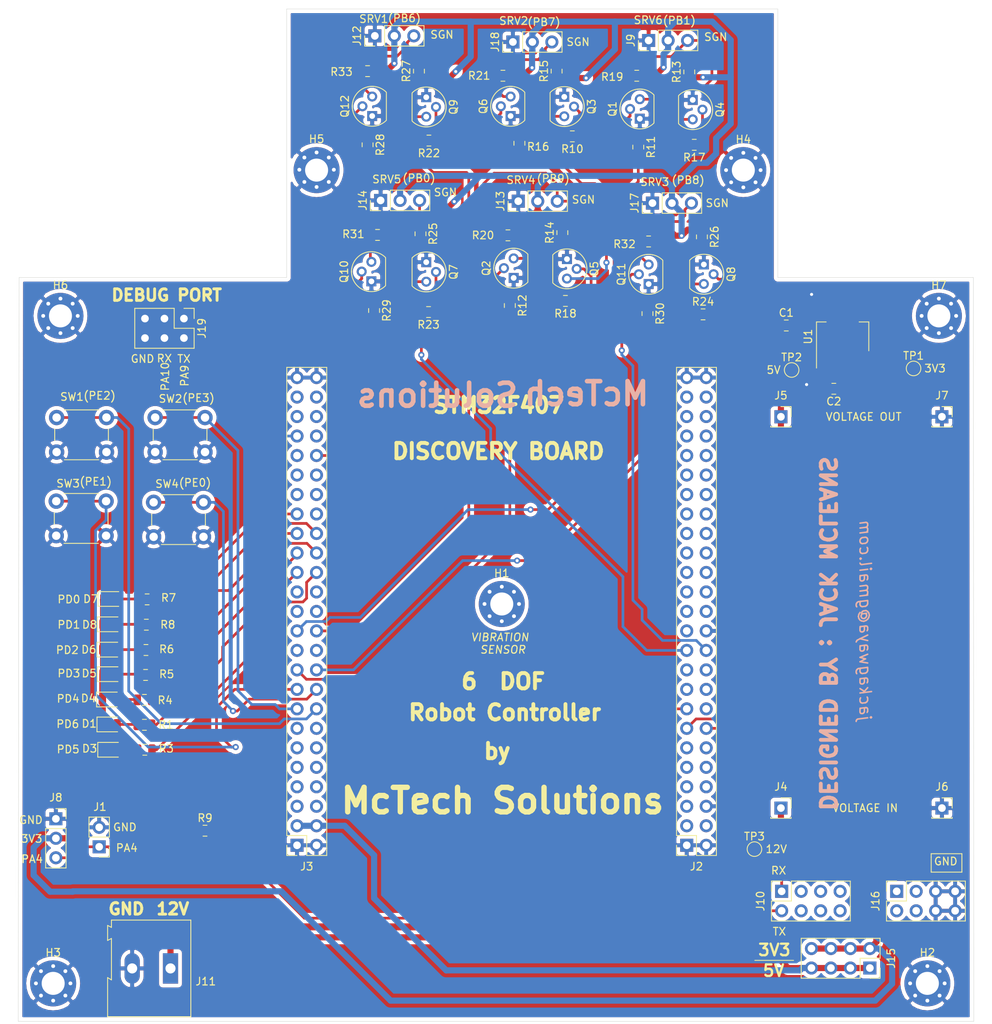
<source format=kicad_pcb>
(kicad_pcb (version 20171130) (host pcbnew "(5.1.2)-2")
  (layers (0 F.Cu signal) (31 B.Cu signal) (34 B.Paste user) (35 F.Paste user) (36 B.SilkS user) (37 F.SilkS user) (38 B.Mask user) (39 F.Mask user) (44 Edge.Cuts user))
  (net 0 "")
  (net 1 +5V)
  (net 2 GND)
  (net 3 +3V3)
  (net 4 "Net-(D1-Pad2)")
  (net 5 "Net-(D3-Pad2)")
  (net 6 "Net-(D4-Pad2)")
  (net 7 "Net-(D5-Pad2)")
  (net 8 "Net-(D6-Pad2)")
  (net 9 "Net-(D7-Pad2)")
  (net 10 "Net-(D8-Pad2)")
  (net 11 "Net-(H1-Pad1)")
  (net 12 PA_4)
  (net 13 "Net-(J2-Pad48)")
  (net 14 "Net-(J2-Pad47)")
  (net 15 "Net-(J2-Pad46)")
  (net 16 "Net-(J2-Pad45)")
  (net 17 "Net-(J2-Pad44)")
  (net 18 "Net-(J2-Pad43)")
  (net 19 "Net-(J2-Pad42)")
  (net 20 "Net-(J2-Pad41)")
  (net 21 "Net-(J2-Pad40)")
  (net 22 "Net-(J2-Pad39)")
  (net 23 "Net-(J2-Pad38)")
  (net 24 "Net-(J2-Pad37)")
  (net 25 "Net-(J2-Pad36)")
  (net 26 "Net-(J2-Pad35)")
  (net 27 "Net-(J2-Pad34)")
  (net 28 "Net-(J2-Pad33)")
  (net 29 "Net-(J2-Pad32)")
  (net 30 "Net-(J2-Pad31)")
  (net 31 "Net-(J2-Pad30)")
  (net 32 "Net-(J2-Pad29)")
  (net 33 "Net-(J2-Pad28)")
  (net 34 "Net-(J2-Pad27)")
  (net 35 "Net-(J2-Pad26)")
  (net 36 "Net-(J2-Pad25)")
  (net 37 SRV5_3V3)
  (net 38 SRV6_3V3)
  (net 39 "Net-(J2-Pad20)")
  (net 40 "Net-(J2-Pad19)")
  (net 41 "Net-(J2-Pad18)")
  (net 42 "Net-(J2-Pad17)")
  (net 43 USART_TX)
  (net 44 USART_RX)
  (net 45 "Net-(J2-Pad12)")
  (net 46 "Net-(J2-Pad11)")
  (net 47 "Net-(J2-Pad10)")
  (net 48 "Net-(J2-Pad9)")
  (net 49 "Net-(J2-Pad8)")
  (net 50 "Net-(J2-Pad7)")
  (net 51 "Net-(J2-Pad4)")
  (net 52 "Net-(J2-Pad3)")
  (net 53 "Net-(J3-Pad5)")
  (net 54 "Net-(J3-Pad6)")
  (net 55 "Net-(J3-Pad7)")
  (net 56 "Net-(J3-Pad8)")
  (net 57 "Net-(J3-Pad9)")
  (net 58 "Net-(J3-Pad10)")
  (net 59 "Net-(J3-Pad11)")
  (net 60 "Net-(J3-Pad12)")
  (net 61 "Net-(J3-Pad13)")
  (net 62 "Net-(J3-Pad14)")
  (net 63 PE_2)
  (net 64 PE_3)
  (net 65 PE_0)
  (net 66 PE_1)
  (net 67 SRV3_3V3)
  (net 68 SRV4_3V3)
  (net 69 "Net-(J3-Pad21)")
  (net 70 "Net-(J3-Pad22)")
  (net 71 SRV1_3V3)
  (net 72 SRV2_3V3)
  (net 73 "Net-(J3-Pad25)")
  (net 74 "Net-(J3-Pad26)")
  (net 75 "Net-(J3-Pad27)")
  (net 76 "Net-(J3-Pad28)")
  (net 77 PD_5)
  (net 78 PD_6)
  (net 79 PD_3)
  (net 80 PD_4)
  (net 81 PD_1)
  (net 82 PD_2)
  (net 83 PD_0)
  (net 84 "Net-(J3-Pad37)")
  (net 85 "Net-(J3-Pad38)")
  (net 86 "Net-(J3-Pad39)")
  (net 87 "Net-(J3-Pad40)")
  (net 88 "Net-(J3-Pad41)")
  (net 89 "Net-(J3-Pad44)")
  (net 90 "Net-(J3-Pad45)")
  (net 91 "Net-(J3-Pad46)")
  (net 92 "Net-(J3-Pad47)")
  (net 93 "Net-(J3-Pad48)")
  (net 94 SRV6_5V)
  (net 95 "Net-(J10-Pad3)")
  (net 96 "Net-(J10-Pad4)")
  (net 97 "Net-(J10-Pad5)")
  (net 98 "Net-(J10-Pad6)")
  (net 99 "Net-(J10-Pad7)")
  (net 100 "Net-(J10-Pad8)")
  (net 101 +12V)
  (net 102 SRV1_5V)
  (net 103 SRV4_5V)
  (net 104 SRV5_5V)
  (net 105 "Net-(J16-Pad4)")
  (net 106 "Net-(J16-Pad3)")
  (net 107 "Net-(J16-Pad2)")
  (net 108 "Net-(J16-Pad1)")
  (net 109 SRV3_5V)
  (net 110 SRV2_5V)
  (net 111 "Net-(Q1-Pad2)")
  (net 112 "Net-(Q1-Pad3)")
  (net 113 "Net-(Q2-Pad3)")
  (net 114 "Net-(Q2-Pad2)")
  (net 115 "Net-(Q3-Pad2)")
  (net 116 "Net-(Q3-Pad3)")
  (net 117 "Net-(Q4-Pad2)")
  (net 118 "Net-(Q5-Pad2)")
  (net 119 "Net-(Q6-Pad2)")
  (net 120 "Net-(Q7-Pad2)")
  (net 121 "Net-(Q7-Pad3)")
  (net 122 "Net-(Q8-Pad3)")
  (net 123 "Net-(Q8-Pad2)")
  (net 124 "Net-(Q9-Pad2)")
  (net 125 "Net-(Q9-Pad3)")
  (net 126 "Net-(Q10-Pad2)")
  (net 127 "Net-(Q11-Pad2)")
  (net 128 "Net-(Q12-Pad2)")
  (net 129 "Net-(J2-Pad23)")
  (net 130 "Net-(J2-Pad16)")
  (net 131 "Net-(J3-Pad36)")
  (net 132 "Net-(J2-Pad5)")
  (net 133 DEBUG_RX)
  (net 134 DEBUG_TX)
  (module TerminalBlock:TerminalBlock_Altech_AK300-2_P5.00mm (layer F.Cu) (at 48.3 150.05 180)
    (fp_text reference J11 (at -4.6 -1.7) (layer F.SilkS))
    (fp_text value Screw_Terminal_01x02)
    (pad 2 thru_hole oval (at 5 0 180) (size 1.98 3.96) (drill 1.32) (layers *.Cu *.Mask) (net 2 GND))
    (pad 1 thru_hole rect (at 0 0 180) (size 1.98 3.96) (drill 1.32) (layers *.Cu *.Mask) (net 101 +12V))
  )
  (module Capacitor_SMD:C_0805_2012Metric (layer F.Cu) (at 134.8 74.5 180)
    (fp_text reference C2 (at 0 -1.65) (layer F.SilkS))
    (fp_text value 10uF)
    (pad 1 smd roundrect (at -0.9375 0 180) (size 0.975 1.4) (layers F.Cu F.Paste F.Mask) (net 3 +3V3))
    (pad 2 smd roundrect (at 0.9375 0 180) (size 0.975 1.4) (layers F.Cu F.Paste F.Mask) (net 2 GND))
  )
  (module LED_SMD:LED_0805_2012Metric (layer F.Cu) (at 40.4 118.25)
    (fp_text reference D1 (at -2.7 -0.1) (layer F.SilkS))
    (fp_text value LED)
    (pad 2 smd roundrect (at 0.9375 0) (size 0.975 1.4) (layers F.Cu F.Paste F.Mask) (net 4 "Net-(D1-Pad2)"))
    (pad 1 smd roundrect (at -0.9375 0) (size 0.975 1.4) (layers F.Cu F.Paste F.Mask) (net 3 +3V3))
  )
  (module LED_SMD:LED_0805_2012Metric (layer F.Cu) (at 40.5 121.55)
    (fp_text reference D3 (at -2.75 -0.15) (layer F.SilkS))
    (fp_text value LED)
    (pad 1 smd roundrect (at -0.9375 0) (size 0.975 1.4) (layers F.Cu F.Paste F.Mask) (net 3 +3V3))
    (pad 2 smd roundrect (at 0.9375 0) (size 0.975 1.4) (layers F.Cu F.Paste F.Mask) (net 5 "Net-(D3-Pad2)"))
  )
  (module LED_SMD:LED_0805_2012Metric (layer F.Cu) (at 40.35 115)
    (fp_text reference D4 (at -2.75 -0.15) (layer F.SilkS))
    (fp_text value LED)
    (pad 1 smd roundrect (at -0.9375 0) (size 0.975 1.4) (layers F.Cu F.Paste F.Mask) (net 3 +3V3))
    (pad 2 smd roundrect (at 0.9375 0) (size 0.975 1.4) (layers F.Cu F.Paste F.Mask) (net 6 "Net-(D4-Pad2)"))
  )
  (module LED_SMD:LED_0805_2012Metric (layer F.Cu) (at 40.45 111.7)
    (fp_text reference D5 (at -2.75 -0.1) (layer F.SilkS))
    (fp_text value LED)
    (pad 2 smd roundrect (at 0.9375 0) (size 0.975 1.4) (layers F.Cu F.Paste F.Mask) (net 7 "Net-(D5-Pad2)"))
    (pad 1 smd roundrect (at -0.9375 0) (size 0.975 1.4) (layers F.Cu F.Paste F.Mask) (net 3 +3V3))
  )
  (module LED_SMD:LED_0805_2012Metric (layer F.Cu) (at 40.4125 108.5)
    (fp_text reference D6 (at -2.7625 0) (layer F.SilkS))
    (fp_text value LED)
    (pad 1 smd roundrect (at -0.9375 0) (size 0.975 1.4) (layers F.Cu F.Paste F.Mask) (net 3 +3V3))
    (pad 2 smd roundrect (at 0.9375 0) (size 0.975 1.4) (layers F.Cu F.Paste F.Mask) (net 8 "Net-(D6-Pad2)"))
  )
  (module LED_SMD:LED_0805_2012Metric (layer F.Cu) (at 40.55 101.9)
    (fp_text reference D7 (at -2.65 0) (layer F.SilkS))
    (fp_text value LED)
    (pad 1 smd roundrect (at -0.9375 0) (size 0.975 1.4) (layers F.Cu F.Paste F.Mask) (net 3 +3V3))
    (pad 2 smd roundrect (at 0.9375 0) (size 0.975 1.4) (layers F.Cu F.Paste F.Mask) (net 9 "Net-(D7-Pad2)"))
  )
  (module LED_SMD:LED_0805_2012Metric (layer F.Cu) (at 40.45 105.2)
    (fp_text reference D8 (at -2.7 0.05) (layer F.SilkS))
    (fp_text value LED)
    (pad 2 smd roundrect (at 0.9375 0) (size 0.975 1.4) (layers F.Cu F.Paste F.Mask) (net 10 "Net-(D8-Pad2)"))
    (pad 1 smd roundrect (at -0.9375 0) (size 0.975 1.4) (layers F.Cu F.Paste F.Mask) (net 3 +3V3))
  )
  (module MountingHole:MountingHole_3mm_Pad_Via (layer F.Cu) (at 91.5 102.55)
    (fp_text reference H1 (at 0 -4) (layer F.SilkS))
    (fp_text value MountingHole_Pad)
    (pad 1 thru_hole circle (at 0 0) (size 6 6) (drill 3) (layers *.Cu *.Mask) (net 11 "Net-(H1-Pad1)"))
    (pad 1 thru_hole circle (at 2.25 0) (size 0.8 0.8) (drill 0.5) (layers *.Cu *.Mask) (net 11 "Net-(H1-Pad1)"))
    (pad 1 thru_hole circle (at 1.59099 1.59099) (size 0.8 0.8) (drill 0.5) (layers *.Cu *.Mask) (net 11 "Net-(H1-Pad1)"))
    (pad 1 thru_hole circle (at 0 2.25) (size 0.8 0.8) (drill 0.5) (layers *.Cu *.Mask) (net 11 "Net-(H1-Pad1)"))
    (pad 1 thru_hole circle (at -1.59099 1.59099) (size 0.8 0.8) (drill 0.5) (layers *.Cu *.Mask) (net 11 "Net-(H1-Pad1)"))
    (pad 1 thru_hole circle (at -2.25 0) (size 0.8 0.8) (drill 0.5) (layers *.Cu *.Mask) (net 11 "Net-(H1-Pad1)"))
    (pad 1 thru_hole circle (at -1.59099 -1.59099) (size 0.8 0.8) (drill 0.5) (layers *.Cu *.Mask) (net 11 "Net-(H1-Pad1)"))
    (pad 1 thru_hole circle (at 0 -2.25) (size 0.8 0.8) (drill 0.5) (layers *.Cu *.Mask) (net 11 "Net-(H1-Pad1)"))
    (pad 1 thru_hole circle (at 1.59099 -1.59099) (size 0.8 0.8) (drill 0.5) (layers *.Cu *.Mask) (net 11 "Net-(H1-Pad1)"))
  )
  (module MountingHole:MountingHole_3mm_Pad_Via (layer F.Cu) (at 147 152)
    (fp_text reference H2 (at 0 -4) (layer F.SilkS))
    (fp_text value MountingHole_Pad)
    (pad 1 thru_hole circle (at 1.59099 -1.59099) (size 0.8 0.8) (drill 0.5) (layers *.Cu *.Mask) (net 2 GND))
    (pad 1 thru_hole circle (at 0 -2.25) (size 0.8 0.8) (drill 0.5) (layers *.Cu *.Mask) (net 2 GND))
    (pad 1 thru_hole circle (at -1.59099 -1.59099) (size 0.8 0.8) (drill 0.5) (layers *.Cu *.Mask) (net 2 GND))
    (pad 1 thru_hole circle (at -2.25 0) (size 0.8 0.8) (drill 0.5) (layers *.Cu *.Mask) (net 2 GND))
    (pad 1 thru_hole circle (at -1.59099 1.59099) (size 0.8 0.8) (drill 0.5) (layers *.Cu *.Mask) (net 2 GND))
    (pad 1 thru_hole circle (at 0 2.25) (size 0.8 0.8) (drill 0.5) (layers *.Cu *.Mask) (net 2 GND))
    (pad 1 thru_hole circle (at 1.59099 1.59099) (size 0.8 0.8) (drill 0.5) (layers *.Cu *.Mask) (net 2 GND))
    (pad 1 thru_hole circle (at 2.25 0) (size 0.8 0.8) (drill 0.5) (layers *.Cu *.Mask) (net 2 GND))
    (pad 1 thru_hole circle (at 0 0) (size 6 6) (drill 3) (layers *.Cu *.Mask) (net 2 GND))
  )
  (module MountingHole:MountingHole_3mm_Pad_Via (layer F.Cu) (at 33 152)
    (fp_text reference H3 (at 0 -4) (layer F.SilkS))
    (fp_text value MountingHole_Pad)
    (pad 1 thru_hole circle (at 1.59099 -1.59099) (size 0.8 0.8) (drill 0.5) (layers *.Cu *.Mask) (net 2 GND))
    (pad 1 thru_hole circle (at 0 -2.25) (size 0.8 0.8) (drill 0.5) (layers *.Cu *.Mask) (net 2 GND))
    (pad 1 thru_hole circle (at -1.59099 -1.59099) (size 0.8 0.8) (drill 0.5) (layers *.Cu *.Mask) (net 2 GND))
    (pad 1 thru_hole circle (at -2.25 0) (size 0.8 0.8) (drill 0.5) (layers *.Cu *.Mask) (net 2 GND))
    (pad 1 thru_hole circle (at -1.59099 1.59099) (size 0.8 0.8) (drill 0.5) (layers *.Cu *.Mask) (net 2 GND))
    (pad 1 thru_hole circle (at 0 2.25) (size 0.8 0.8) (drill 0.5) (layers *.Cu *.Mask) (net 2 GND))
    (pad 1 thru_hole circle (at 1.59099 1.59099) (size 0.8 0.8) (drill 0.5) (layers *.Cu *.Mask) (net 2 GND))
    (pad 1 thru_hole circle (at 2.25 0) (size 0.8 0.8) (drill 0.5) (layers *.Cu *.Mask) (net 2 GND))
    (pad 1 thru_hole circle (at 0 0) (size 6 6) (drill 3) (layers *.Cu *.Mask) (net 2 GND))
  )
  (module MountingHole:MountingHole_3mm_Pad_Via (layer F.Cu) (at 123 46)
    (fp_text reference H4 (at 0 -4) (layer F.SilkS))
    (fp_text value MountingHole_Pad)
    (pad 1 thru_hole circle (at 0 0) (size 6 6) (drill 3) (layers *.Cu *.Mask) (net 2 GND))
    (pad 1 thru_hole circle (at 2.25 0) (size 0.8 0.8) (drill 0.5) (layers *.Cu *.Mask) (net 2 GND))
    (pad 1 thru_hole circle (at 1.59099 1.59099) (size 0.8 0.8) (drill 0.5) (layers *.Cu *.Mask) (net 2 GND))
    (pad 1 thru_hole circle (at 0 2.25) (size 0.8 0.8) (drill 0.5) (layers *.Cu *.Mask) (net 2 GND))
    (pad 1 thru_hole circle (at -1.59099 1.59099) (size 0.8 0.8) (drill 0.5) (layers *.Cu *.Mask) (net 2 GND))
    (pad 1 thru_hole circle (at -2.25 0) (size 0.8 0.8) (drill 0.5) (layers *.Cu *.Mask) (net 2 GND))
    (pad 1 thru_hole circle (at -1.59099 -1.59099) (size 0.8 0.8) (drill 0.5) (layers *.Cu *.Mask) (net 2 GND))
    (pad 1 thru_hole circle (at 0 -2.25) (size 0.8 0.8) (drill 0.5) (layers *.Cu *.Mask) (net 2 GND))
    (pad 1 thru_hole circle (at 1.59099 -1.59099) (size 0.8 0.8) (drill 0.5) (layers *.Cu *.Mask) (net 2 GND))
  )
  (module MountingHole:MountingHole_3mm_Pad_Via (layer F.Cu) (at 67.35 45.95)
    (fp_text reference H5 (at 0 -4) (layer F.SilkS))
    (fp_text value MountingHole_Pad)
    (pad 1 thru_hole circle (at 1.59099 -1.59099) (size 0.8 0.8) (drill 0.5) (layers *.Cu *.Mask) (net 2 GND))
    (pad 1 thru_hole circle (at 0 -2.25) (size 0.8 0.8) (drill 0.5) (layers *.Cu *.Mask) (net 2 GND))
    (pad 1 thru_hole circle (at -1.59099 -1.59099) (size 0.8 0.8) (drill 0.5) (layers *.Cu *.Mask) (net 2 GND))
    (pad 1 thru_hole circle (at -2.25 0) (size 0.8 0.8) (drill 0.5) (layers *.Cu *.Mask) (net 2 GND))
    (pad 1 thru_hole circle (at -1.59099 1.59099) (size 0.8 0.8) (drill 0.5) (layers *.Cu *.Mask) (net 2 GND))
    (pad 1 thru_hole circle (at 0 2.25) (size 0.8 0.8) (drill 0.5) (layers *.Cu *.Mask) (net 2 GND))
    (pad 1 thru_hole circle (at 1.59099 1.59099) (size 0.8 0.8) (drill 0.5) (layers *.Cu *.Mask) (net 2 GND))
    (pad 1 thru_hole circle (at 2.25 0) (size 0.8 0.8) (drill 0.5) (layers *.Cu *.Mask) (net 2 GND))
    (pad 1 thru_hole circle (at 0 0.05) (size 6 6) (drill 3) (layers *.Cu *.Mask) (net 2 GND))
  )
  (module Connector_PinHeader_2.54mm:PinHeader_1x02_P2.54mm_Vertical (layer F.Cu) (at 39 134.2 180)
    (fp_text reference J1 (at -0.1 5.2) (layer F.SilkS))
    (fp_text value Conn_01x02_Female)
    (pad 1 thru_hole rect (at 0 0 180) (size 1.7 1.7) (drill 1) (layers *.Cu *.Mask) (net 12 PA_4))
    (pad 2 thru_hole oval (at 0 2.54 180) (size 1.7 1.7) (drill 1) (layers *.Cu *.Mask) (net 2 GND))
  )
  (module Connector_PinSocket_2.54mm:PinSocket_2x25_P2.54mm_Vertical (layer F.Cu) (at 115.62 134 180)
    (fp_text reference J2 (at -1.27 -2.77) (layer F.SilkS))
    (fp_text value Conn_02x25_Odd_Even)
    (pad 1 thru_hole rect (at 0 0 180) (size 1.7 1.7) (drill 1) (layers *.Cu *.Mask) (net 2 GND))
    (pad 2 thru_hole oval (at -2.54 0 180) (size 1.7 1.7) (drill 1) (layers *.Cu *.Mask) (net 2 GND))
    (pad 3 thru_hole oval (at 0 2.54 180) (size 1.7 1.7) (drill 1) (layers *.Cu *.Mask) (net 52 "Net-(J2-Pad3)"))
    (pad 4 thru_hole oval (at -2.54 2.54 180) (size 1.7 1.7) (drill 1) (layers *.Cu *.Mask) (net 51 "Net-(J2-Pad4)"))
    (pad 5 thru_hole oval (at 0 5.08 180) (size 1.7 1.7) (drill 1) (layers *.Cu *.Mask) (net 132 "Net-(J2-Pad5)"))
    (pad 6 thru_hole oval (at -2.54 5.08 180) (size 1.7 1.7) (drill 1) (layers *.Cu *.Mask) (net 2 GND))
    (pad 7 thru_hole oval (at 0 7.62 180) (size 1.7 1.7) (drill 1) (layers *.Cu *.Mask) (net 50 "Net-(J2-Pad7)"))
    (pad 8 thru_hole oval (at -2.54 7.62 180) (size 1.7 1.7) (drill 1) (layers *.Cu *.Mask) (net 49 "Net-(J2-Pad8)"))
    (pad 9 thru_hole oval (at 0 10.16 180) (size 1.7 1.7) (drill 1) (layers *.Cu *.Mask) (net 48 "Net-(J2-Pad9)"))
    (pad 10 thru_hole oval (at -2.54 10.16 180) (size 1.7 1.7) (drill 1) (layers *.Cu *.Mask) (net 47 "Net-(J2-Pad10)"))
    (pad 11 thru_hole oval (at 0 12.7 180) (size 1.7 1.7) (drill 1) (layers *.Cu *.Mask) (net 46 "Net-(J2-Pad11)"))
    (pad 12 thru_hole oval (at -2.54 12.7 180) (size 1.7 1.7) (drill 1) (layers *.Cu *.Mask) (net 45 "Net-(J2-Pad12)"))
    (pad 13 thru_hole oval (at 0 15.24 180) (size 1.7 1.7) (drill 1) (layers *.Cu *.Mask) (net 43 USART_TX))
    (pad 14 thru_hole oval (at -2.54 15.24 180) (size 1.7 1.7) (drill 1) (layers *.Cu *.Mask) (net 44 USART_RX))
    (pad 15 thru_hole oval (at 0 17.78 180) (size 1.7 1.7) (drill 1) (layers *.Cu *.Mask) (net 12 PA_4))
    (pad 16 thru_hole oval (at -2.54 17.78 180) (size 1.7 1.7) (drill 1) (layers *.Cu *.Mask) (net 130 "Net-(J2-Pad16)"))
    (pad 17 thru_hole oval (at 0 20.32 180) (size 1.7 1.7) (drill 1) (layers *.Cu *.Mask) (net 42 "Net-(J2-Pad17)"))
    (pad 18 thru_hole oval (at -2.54 20.32 180) (size 1.7 1.7) (drill 1) (layers *.Cu *.Mask) (net 41 "Net-(J2-Pad18)"))
    (pad 19 thru_hole oval (at 0 22.86 180) (size 1.7 1.7) (drill 1) (layers *.Cu *.Mask) (net 40 "Net-(J2-Pad19)"))
    (pad 20 thru_hole oval (at -2.54 22.86 180) (size 1.7 1.7) (drill 1) (layers *.Cu *.Mask) (net 39 "Net-(J2-Pad20)"))
    (pad 21 thru_hole oval (at 0 25.4 180) (size 1.7 1.7) (drill 1) (layers *.Cu *.Mask) (net 37 SRV5_3V3))
    (pad 22 thru_hole oval (at -2.54 25.4 180) (size 1.7 1.7) (drill 1) (layers *.Cu *.Mask) (net 38 SRV6_3V3))
    (pad 23 thru_hole oval (at 0 27.94 180) (size 1.7 1.7) (drill 1) (layers *.Cu *.Mask) (net 129 "Net-(J2-Pad23)"))
    (pad 24 thru_hole oval (at -2.54 27.94 180) (size 1.7 1.7) (drill 1) (layers *.Cu *.Mask) (net 2 GND))
    (pad 25 thru_hole oval (at 0 30.48 180) (size 1.7 1.7) (drill 1) (layers *.Cu *.Mask) (net 36 "Net-(J2-Pad25)"))
    (pad 26 thru_hole oval (at -2.54 30.48 180) (size 1.7 1.7) (drill 1) (layers *.Cu *.Mask) (net 35 "Net-(J2-Pad26)"))
    (pad 27 thru_hole oval (at 0 33.02 180) (size 1.7 1.7) (drill 1) (layers *.Cu *.Mask) (net 34 "Net-(J2-Pad27)"))
    (pad 28 thru_hole oval (at -2.54 33.02 180) (size 1.7 1.7) (drill 1) (layers *.Cu *.Mask) (net 33 "Net-(J2-Pad28)"))
    (pad 29 thru_hole oval (at 0 35.56 180) (size 1.7 1.7) (drill 1) (layers *.Cu *.Mask) (net 32 "Net-(J2-Pad29)"))
    (pad 30 thru_hole oval (at -2.54 35.56 180) (size 1.7 1.7) (drill 1) (layers *.Cu *.Mask) (net 31 "Net-(J2-Pad30)"))
    (pad 31 thru_hole oval (at 0 38.1 180) (size 1.7 1.7) (drill 1) (layers *.Cu *.Mask) (net 30 "Net-(J2-Pad31)"))
    (pad 32 thru_hole oval (at -2.54 38.1 180) (size 1.7 1.7) (drill 1) (layers *.Cu *.Mask) (net 29 "Net-(J2-Pad32)"))
    (pad 33 thru_hole oval (at 0 40.64 180) (size 1.7 1.7) (drill 1) (layers *.Cu *.Mask) (net 28 "Net-(J2-Pad33)"))
    (pad 34 thru_hole oval (at -2.54 40.64 180) (size 1.7 1.7) (drill 1) (layers *.Cu *.Mask) (net 27 "Net-(J2-Pad34)"))
    (pad 35 thru_hole oval (at 0 43.18 180) (size 1.7 1.7) (drill 1) (layers *.Cu *.Mask) (net 26 "Net-(J2-Pad35)"))
    (pad 36 thru_hole oval (at -2.54 43.18 180) (size 1.7 1.7) (drill 1) (layers *.Cu *.Mask) (net 25 "Net-(J2-Pad36)"))
    (pad 37 thru_hole oval (at 0 45.72 180) (size 1.7 1.7) (drill 1) (layers *.Cu *.Mask) (net 24 "Net-(J2-Pad37)"))
    (pad 38 thru_hole oval (at -2.54 45.72 180) (size 1.7 1.7) (drill 1) (layers *.Cu *.Mask) (net 23 "Net-(J2-Pad38)"))
    (pad 39 thru_hole oval (at 0 48.26 180) (size 1.7 1.7) (drill 1) (layers *.Cu *.Mask) (net 22 "Net-(J2-Pad39)"))
    (pad 40 thru_hole oval (at -2.54 48.26 180) (size 1.7 1.7) (drill 1) (layers *.Cu *.Mask) (net 21 "Net-(J2-Pad40)"))
    (pad 41 thru_hole oval (at 0 50.8 180) (size 1.7 1.7) (drill 1) (layers *.Cu *.Mask) (net 20 "Net-(J2-Pad41)"))
    (pad 42 thru_hole oval (at -2.54 50.8 180) (size 1.7 1.7) (drill 1) (layers *.Cu *.Mask) (net 19 "Net-(J2-Pad42)"))
    (pad 43 thru_hole oval (at 0 53.34 180) (size 1.7 1.7) (drill 1) (layers *.Cu *.Mask) (net 18 "Net-(J2-Pad43)"))
    (pad 44 thru_hole oval (at -2.54 53.34 180) (size 1.7 1.7) (drill 1) (layers *.Cu *.Mask) (net 17 "Net-(J2-Pad44)"))
    (pad 45 thru_hole oval (at 0 55.88 180) (size 1.7 1.7) (drill 1) (layers *.Cu *.Mask) (net 16 "Net-(J2-Pad45)"))
    (pad 46 thru_hole oval (at -2.54 55.88 180) (size 1.7 1.7) (drill 1) (layers *.Cu *.Mask) (net 15 "Net-(J2-Pad46)"))
    (pad 47 thru_hole oval (at 0 58.42 180) (size 1.7 1.7) (drill 1) (layers *.Cu *.Mask) (net 14 "Net-(J2-Pad47)"))
    (pad 48 thru_hole oval (at -2.54 58.42 180) (size 1.7 1.7) (drill 1) (layers *.Cu *.Mask) (net 13 "Net-(J2-Pad48)"))
    (pad 49 thru_hole oval (at 0 60.96 180) (size 1.7 1.7) (drill 1) (layers *.Cu *.Mask) (net 2 GND))
    (pad 50 thru_hole oval (at -2.54 60.96 180) (size 1.7 1.7) (drill 1) (layers *.Cu *.Mask) (net 2 GND))
  )
  (module Connector_PinSocket_2.54mm:PinSocket_2x25_P2.54mm_Vertical (layer F.Cu) (at 64.8 134 180)
    (fp_text reference J3 (at -1.27 -2.77) (layer F.SilkS))
    (fp_text value Conn_02x25_Odd_Even)
    (pad 1 thru_hole rect (at 0 0 180) (size 1.7 1.7) (drill 1) (layers *.Cu *.Mask) (net 2 GND))
    (pad 2 thru_hole oval (at -2.54 0 180) (size 1.7 1.7) (drill 1) (layers *.Cu *.Mask) (net 2 GND))
    (pad 3 thru_hole oval (at 0 2.54 180) (size 1.7 1.7) (drill 1) (layers *.Cu *.Mask) (net 1 +5V))
    (pad 4 thru_hole oval (at -2.54 2.54 180) (size 1.7 1.7) (drill 1) (layers *.Cu *.Mask) (net 1 +5V))
    (pad 5 thru_hole oval (at 0 5.08 180) (size 1.7 1.7) (drill 1) (layers *.Cu *.Mask) (net 53 "Net-(J3-Pad5)"))
    (pad 6 thru_hole oval (at -2.54 5.08 180) (size 1.7 1.7) (drill 1) (layers *.Cu *.Mask) (net 54 "Net-(J3-Pad6)"))
    (pad 7 thru_hole oval (at 0 7.62 180) (size 1.7 1.7) (drill 1) (layers *.Cu *.Mask) (net 55 "Net-(J3-Pad7)"))
    (pad 8 thru_hole oval (at -2.54 7.62 180) (size 1.7 1.7) (drill 1) (layers *.Cu *.Mask) (net 56 "Net-(J3-Pad8)"))
    (pad 9 thru_hole oval (at 0 10.16 180) (size 1.7 1.7) (drill 1) (layers *.Cu *.Mask) (net 57 "Net-(J3-Pad9)"))
    (pad 10 thru_hole oval (at -2.54 10.16 180) (size 1.7 1.7) (drill 1) (layers *.Cu *.Mask) (net 58 "Net-(J3-Pad10)"))
    (pad 11 thru_hole oval (at 0 12.7 180) (size 1.7 1.7) (drill 1) (layers *.Cu *.Mask) (net 59 "Net-(J3-Pad11)"))
    (pad 12 thru_hole oval (at -2.54 12.7 180) (size 1.7 1.7) (drill 1) (layers *.Cu *.Mask) (net 60 "Net-(J3-Pad12)"))
    (pad 13 thru_hole oval (at 0 15.24 180) (size 1.7 1.7) (drill 1) (layers *.Cu *.Mask) (net 61 "Net-(J3-Pad13)"))
    (pad 14 thru_hole oval (at -2.54 15.24 180) (size 1.7 1.7) (drill 1) (layers *.Cu *.Mask) (net 62 "Net-(J3-Pad14)"))
    (pad 15 thru_hole oval (at 0 17.78 180) (size 1.7 1.7) (drill 1) (layers *.Cu *.Mask) (net 64 PE_3))
    (pad 16 thru_hole oval (at -2.54 17.78 180) (size 1.7 1.7) (drill 1) (layers *.Cu *.Mask) (net 63 PE_2))
    (pad 17 thru_hole oval (at 0 20.32 180) (size 1.7 1.7) (drill 1) (layers *.Cu *.Mask) (net 66 PE_1))
    (pad 18 thru_hole oval (at -2.54 20.32 180) (size 1.7 1.7) (drill 1) (layers *.Cu *.Mask) (net 65 PE_0))
    (pad 19 thru_hole oval (at 0 22.86 180) (size 1.7 1.7) (drill 1) (layers *.Cu *.Mask) (net 68 SRV4_3V3))
    (pad 20 thru_hole oval (at -2.54 22.86 180) (size 1.7 1.7) (drill 1) (layers *.Cu *.Mask) (net 67 SRV3_3V3))
    (pad 21 thru_hole oval (at 0 25.4 180) (size 1.7 1.7) (drill 1) (layers *.Cu *.Mask) (net 69 "Net-(J3-Pad21)"))
    (pad 22 thru_hole oval (at -2.54 25.4 180) (size 1.7 1.7) (drill 1) (layers *.Cu *.Mask) (net 70 "Net-(J3-Pad22)"))
    (pad 23 thru_hole oval (at 0 27.94 180) (size 1.7 1.7) (drill 1) (layers *.Cu *.Mask) (net 72 SRV2_3V3))
    (pad 24 thru_hole oval (at -2.54 27.94 180) (size 1.7 1.7) (drill 1) (layers *.Cu *.Mask) (net 71 SRV1_3V3))
    (pad 25 thru_hole oval (at 0 30.48 180) (size 1.7 1.7) (drill 1) (layers *.Cu *.Mask) (net 73 "Net-(J3-Pad25)"))
    (pad 26 thru_hole oval (at -2.54 30.48 180) (size 1.7 1.7) (drill 1) (layers *.Cu *.Mask) (net 74 "Net-(J3-Pad26)"))
    (pad 27 thru_hole oval (at 0 33.02 180) (size 1.7 1.7) (drill 1) (layers *.Cu *.Mask) (net 75 "Net-(J3-Pad27)"))
    (pad 28 thru_hole oval (at -2.54 33.02 180) (size 1.7 1.7) (drill 1) (layers *.Cu *.Mask) (net 76 "Net-(J3-Pad28)"))
    (pad 29 thru_hole oval (at 0 35.56 180) (size 1.7 1.7) (drill 1) (layers *.Cu *.Mask) (net 78 PD_6))
    (pad 30 thru_hole oval (at -2.54 35.56 180) (size 1.7 1.7) (drill 1) (layers *.Cu *.Mask) (net 77 PD_5))
    (pad 31 thru_hole oval (at 0 38.1 180) (size 1.7 1.7) (drill 1) (layers *.Cu *.Mask) (net 80 PD_4))
    (pad 32 thru_hole oval (at -2.54 38.1 180) (size 1.7 1.7) (drill 1) (layers *.Cu *.Mask) (net 79 PD_3))
    (pad 33 thru_hole oval (at 0 40.64 180) (size 1.7 1.7) (drill 1) (layers *.Cu *.Mask) (net 82 PD_2))
    (pad 34 thru_hole oval (at -2.54 40.64 180) (size 1.7 1.7) (drill 1) (layers *.Cu *.Mask) (net 81 PD_1))
    (pad 35 thru_hole oval (at 0 43.18 180) (size 1.7 1.7) (drill 1) (layers *.Cu *.Mask) (net 83 PD_0))
    (pad 36 thru_hole oval (at -2.54 43.18 180) (size 1.7 1.7) (drill 1) (layers *.Cu *.Mask) (net 131 "Net-(J3-Pad36)"))
    (pad 37 thru_hole oval (at 0 45.72 180) (size 1.7 1.7) (drill 1) (layers *.Cu *.Mask) (net 84 "Net-(J3-Pad37)"))
    (pad 38 thru_hole oval (at -2.54 45.72 180) (size 1.7 1.7) (drill 1) (layers *.Cu *.Mask) (net 85 "Net-(J3-Pad38)"))
    (pad 39 thru_hole oval (at 0 48.26 180) (size 1.7 1.7) (drill 1) (layers *.Cu *.Mask) (net 86 "Net-(J3-Pad39)"))
    (pad 40 thru_hole oval (at -2.54 48.26 180) (size 1.7 1.7) (drill 1) (layers *.Cu *.Mask) (net 87 "Net-(J3-Pad40)"))
    (pad 41 thru_hole oval (at 0 50.8 180) (size 1.7 1.7) (drill 1) (layers *.Cu *.Mask) (net 88 "Net-(J3-Pad41)"))
    (pad 42 thru_hole oval (at -2.54 50.8 180) (size 1.7 1.7) (drill 1) (layers *.Cu *.Mask) (net 133 DEBUG_RX))
    (pad 43 thru_hole oval (at 0 53.34 180) (size 1.7 1.7) (drill 1) (layers *.Cu *.Mask) (net 134 DEBUG_TX))
    (pad 44 thru_hole oval (at -2.54 53.34 180) (size 1.7 1.7) (drill 1) (layers *.Cu *.Mask) (net 89 "Net-(J3-Pad44)"))
    (pad 45 thru_hole oval (at 0 55.88 180) (size 1.7 1.7) (drill 1) (layers *.Cu *.Mask) (net 90 "Net-(J3-Pad45)"))
    (pad 46 thru_hole oval (at -2.54 55.88 180) (size 1.7 1.7) (drill 1) (layers *.Cu *.Mask) (net 91 "Net-(J3-Pad46)"))
    (pad 47 thru_hole oval (at 0 58.42 180) (size 1.7 1.7) (drill 1) (layers *.Cu *.Mask) (net 92 "Net-(J3-Pad47)"))
    (pad 48 thru_hole oval (at -2.54 58.42 180) (size 1.7 1.7) (drill 1) (layers *.Cu *.Mask) (net 93 "Net-(J3-Pad48)"))
    (pad 49 thru_hole oval (at 0 60.96 180) (size 1.7 1.7) (drill 1) (layers *.Cu *.Mask) (net 2 GND))
    (pad 50 thru_hole oval (at -2.54 60.96 180) (size 1.7 1.7) (drill 1) (layers *.Cu *.Mask) (net 2 GND))
  )
  (module Connector_PinSocket_2.54mm:PinSocket_1x03_P2.54mm_Vertical (layer F.Cu) (at 33.35 130.55)
    (fp_text reference J8 (at 0 -2.77) (layer F.SilkS))
    (fp_text value Conn_01x03)
    (pad 1 thru_hole rect (at 0 0) (size 1.7 1.7) (drill 1) (layers *.Cu *.Mask) (net 2 GND))
    (pad 2 thru_hole oval (at 0 2.54) (size 1.7 1.7) (drill 1) (layers *.Cu *.Mask) (net 3 +3V3))
    (pad 3 thru_hole oval (at 0 5.08) (size 1.7 1.7) (drill 1) (layers *.Cu *.Mask) (net 12 PA_4))
  )
  (module Connector_PinHeader_2.54mm:PinHeader_1x03_P2.54mm_Vertical (layer F.Cu) (at 110.65 29.1 90)
    (fp_text reference J9 (at 0 -2.33 90) (layer F.SilkS))
    (fp_text value Conn_01x03)
    (pad 3 thru_hole oval (at 0 5.08 90) (size 1.7 1.7) (drill 1) (layers *.Cu *.Mask) (net 94 SRV6_5V))
    (pad 2 thru_hole oval (at 0 2.54 90) (size 1.7 1.7) (drill 1) (layers *.Cu *.Mask) (net 1 +5V))
    (pad 1 thru_hole rect (at 0 0 90) (size 1.7 1.7) (drill 1) (layers *.Cu *.Mask) (net 2 GND))
  )
  (module Connector_PinSocket_2.54mm:PinSocket_2x04_P2.54mm_Vertical (layer F.Cu) (at 128 140 90)
    (fp_text reference J10 (at -1.27 -2.77 90) (layer F.SilkS))
    (fp_text value Conn_02x04_Odd_Even)
    (pad 1 thru_hole rect (at 0 0 90) (size 1.7 1.7) (drill 1) (layers *.Cu *.Mask) (net 43 USART_TX))
    (pad 2 thru_hole oval (at -2.54 0 90) (size 1.7 1.7) (drill 1) (layers *.Cu *.Mask) (net 44 USART_RX))
    (pad 3 thru_hole oval (at 0 2.54 90) (size 1.7 1.7) (drill 1) (layers *.Cu *.Mask) (net 95 "Net-(J10-Pad3)"))
    (pad 4 thru_hole oval (at -2.54 2.54 90) (size 1.7 1.7) (drill 1) (layers *.Cu *.Mask) (net 96 "Net-(J10-Pad4)"))
    (pad 5 thru_hole oval (at 0 5.08 90) (size 1.7 1.7) (drill 1) (layers *.Cu *.Mask) (net 97 "Net-(J10-Pad5)"))
    (pad 6 thru_hole oval (at -2.54 5.08 90) (size 1.7 1.7) (drill 1) (layers *.Cu *.Mask) (net 98 "Net-(J10-Pad6)"))
    (pad 7 thru_hole oval (at 0 7.62 90) (size 1.7 1.7) (drill 1) (layers *.Cu *.Mask) (net 99 "Net-(J10-Pad7)"))
    (pad 8 thru_hole oval (at -2.54 7.62 90) (size 1.7 1.7) (drill 1) (layers *.Cu *.Mask) (net 100 "Net-(J10-Pad8)"))
  )
  (module Connector_PinHeader_2.54mm:PinHeader_1x03_P2.54mm_Vertical (layer F.Cu) (at 74.95 28.5 90)
    (fp_text reference J12 (at 0 -2.33 90) (layer F.SilkS))
    (fp_text value Conn_01x03)
    (pad 1 thru_hole rect (at 0 0 90) (size 1.7 1.7) (drill 1) (layers *.Cu *.Mask) (net 2 GND))
    (pad 2 thru_hole oval (at 0 2.54 90) (size 1.7 1.7) (drill 1) (layers *.Cu *.Mask) (net 1 +5V))
    (pad 3 thru_hole oval (at 0 5.08 90) (size 1.7 1.7) (drill 1) (layers *.Cu *.Mask) (net 102 SRV1_5V))
  )
  (module Connector_PinHeader_2.54mm:PinHeader_1x03_P2.54mm_Vertical (layer F.Cu) (at 93.65 50.05 90)
    (fp_text reference J13 (at 0 -2.33 90) (layer F.SilkS))
    (fp_text value Conn_01x03)
    (pad 3 thru_hole oval (at 0 5.08 90) (size 1.7 1.7) (drill 1) (layers *.Cu *.Mask) (net 103 SRV4_5V))
    (pad 2 thru_hole oval (at 0 2.54 90) (size 1.7 1.7) (drill 1) (layers *.Cu *.Mask) (net 1 +5V))
    (pad 1 thru_hole rect (at 0 0 90) (size 1.7 1.7) (drill 1) (layers *.Cu *.Mask) (net 2 GND))
  )
  (module Connector_PinHeader_2.54mm:PinHeader_1x03_P2.54mm_Vertical (layer F.Cu) (at 75.7 49.95 90)
    (fp_text reference J14 (at 0 -2.33 90) (layer F.SilkS))
    (fp_text value Conn_01x03)
    (pad 1 thru_hole rect (at 0 0 90) (size 1.7 1.7) (drill 1) (layers *.Cu *.Mask) (net 2 GND))
    (pad 2 thru_hole oval (at 0 2.54 90) (size 1.7 1.7) (drill 1) (layers *.Cu *.Mask) (net 1 +5V))
    (pad 3 thru_hole oval (at 0 5.08 90) (size 1.7 1.7) (drill 1) (layers *.Cu *.Mask) (net 104 SRV5_5V))
  )
  (module Connector_PinSocket_2.54mm:PinSocket_2x04_P2.54mm_Vertical (layer F.Cu) (at 139.5 150 270)
    (fp_text reference J15 (at -1.27 -2.77 90) (layer F.SilkS))
    (fp_text value Conn_02x04_Odd_Even)
    (pad 1 thru_hole rect (at 0 0 270) (size 1.7 1.7) (drill 1) (layers *.Cu *.Mask) (net 1 +5V))
    (pad 2 thru_hole oval (at -2.54 0 270) (size 1.7 1.7) (drill 1) (layers *.Cu *.Mask) (net 3 +3V3))
    (pad 3 thru_hole oval (at 0 2.54 270) (size 1.7 1.7) (drill 1) (layers *.Cu *.Mask) (net 1 +5V))
    (pad 4 thru_hole oval (at -2.54 2.54 270) (size 1.7 1.7) (drill 1) (layers *.Cu *.Mask) (net 3 +3V3))
    (pad 5 thru_hole oval (at 0 5.08 270) (size 1.7 1.7) (drill 1) (layers *.Cu *.Mask) (net 1 +5V))
    (pad 6 thru_hole oval (at -2.54 5.08 270) (size 1.7 1.7) (drill 1) (layers *.Cu *.Mask) (net 3 +3V3))
    (pad 7 thru_hole oval (at 0 7.62 270) (size 1.7 1.7) (drill 1) (layers *.Cu *.Mask) (net 1 +5V))
    (pad 8 thru_hole oval (at -2.54 7.62 270) (size 1.7 1.7) (drill 1) (layers *.Cu *.Mask) (net 3 +3V3))
  )
  (module Connector_PinSocket_2.54mm:PinSocket_2x04_P2.54mm_Vertical (layer F.Cu) (at 143 140 90)
    (fp_text reference J16 (at -1.27 -2.77 90) (layer F.SilkS))
    (fp_text value Conn_02x04_Odd_Even)
    (pad 8 thru_hole oval (at -2.54 7.62 90) (size 1.7 1.7) (drill 1) (layers *.Cu *.Mask) (net 2 GND))
    (pad 7 thru_hole oval (at 0 7.62 90) (size 1.7 1.7) (drill 1) (layers *.Cu *.Mask) (net 2 GND))
    (pad 6 thru_hole oval (at -2.54 5.08 90) (size 1.7 1.7) (drill 1) (layers *.Cu *.Mask) (net 2 GND))
    (pad 5 thru_hole oval (at 0 5.08 90) (size 1.7 1.7) (drill 1) (layers *.Cu *.Mask) (net 2 GND))
    (pad 4 thru_hole oval (at -2.54 2.54 90) (size 1.7 1.7) (drill 1) (layers *.Cu *.Mask) (net 105 "Net-(J16-Pad4)"))
    (pad 3 thru_hole oval (at 0 2.54 90) (size 1.7 1.7) (drill 1) (layers *.Cu *.Mask) (net 106 "Net-(J16-Pad3)"))
    (pad 2 thru_hole oval (at -2.54 0 90) (size 1.7 1.7) (drill 1) (layers *.Cu *.Mask) (net 107 "Net-(J16-Pad2)"))
    (pad 1 thru_hole rect (at 0 0 90) (size 1.7 1.7) (drill 1) (layers *.Cu *.Mask) (net 108 "Net-(J16-Pad1)"))
  )
  (module Connector_PinHeader_2.54mm:PinHeader_1x03_P2.54mm_Vertical (layer F.Cu) (at 111.15 50.3 90)
    (fp_text reference J17 (at 0 -2.33 90) (layer F.SilkS))
    (fp_text value Conn_01x03)
    (pad 1 thru_hole rect (at 0 0 90) (size 1.7 1.7) (drill 1) (layers *.Cu *.Mask) (net 2 GND))
    (pad 2 thru_hole oval (at 0 2.54 90) (size 1.7 1.7) (drill 1) (layers *.Cu *.Mask) (net 1 +5V))
    (pad 3 thru_hole oval (at 0 5.08 90) (size 1.7 1.7) (drill 1) (layers *.Cu *.Mask) (net 109 SRV3_5V))
  )
  (module Connector_PinHeader_2.54mm:PinHeader_1x03_P2.54mm_Vertical (layer F.Cu) (at 92.95 29.3 90)
    (fp_text reference J18 (at 0 -2.33 90) (layer F.SilkS))
    (fp_text value Conn_01x03)
    (pad 3 thru_hole oval (at 0 5.08 90) (size 1.7 1.7) (drill 1) (layers *.Cu *.Mask) (net 110 SRV2_5V))
    (pad 2 thru_hole oval (at 0 2.54 90) (size 1.7 1.7) (drill 1) (layers *.Cu *.Mask) (net 1 +5V))
    (pad 1 thru_hole rect (at 0 0 90) (size 1.7 1.7) (drill 1) (layers *.Cu *.Mask) (net 2 GND))
  )
  (module Resistor_SMD:R_0805_2012Metric (layer F.Cu) (at 44.9 118.3)
    (fp_text reference R1 (at 2.8 0) (layer F.SilkS))
    (fp_text value 220)
    (pad 2 smd roundrect (at 0.9375 0) (size 0.975 1.4) (layers F.Cu F.Paste F.Mask) (net 78 PD_6))
    (pad 1 smd roundrect (at -0.9375 0) (size 0.975 1.4) (layers F.Cu F.Paste F.Mask) (net 4 "Net-(D1-Pad2)"))
  )
  (module Resistor_SMD:R_0805_2012Metric (layer F.Cu) (at 44.95 121.55)
    (fp_text reference R3 (at 2.8 -0.15) (layer F.SilkS))
    (fp_text value 220)
    (pad 1 smd roundrect (at -0.9375 0) (size 0.975 1.4) (layers F.Cu F.Paste F.Mask) (net 5 "Net-(D3-Pad2)"))
    (pad 2 smd roundrect (at 0.9375 0) (size 0.975 1.4) (layers F.Cu F.Paste F.Mask) (net 77 PD_5))
  )
  (module Resistor_SMD:R_0805_2012Metric (layer F.Cu) (at 44.9 115.05)
    (fp_text reference R4 (at 2.7 0.05) (layer F.SilkS))
    (fp_text value 220)
    (pad 2 smd roundrect (at 0.9375 0) (size 0.975 1.4) (layers F.Cu F.Paste F.Mask) (net 80 PD_4))
    (pad 1 smd roundrect (at -0.9375 0) (size 0.975 1.4) (layers F.Cu F.Paste F.Mask) (net 6 "Net-(D4-Pad2)"))
  )
  (module Resistor_SMD:R_0805_2012Metric (layer F.Cu) (at 45.05 111.8)
    (fp_text reference R5 (at 2.75 -0.1) (layer F.SilkS))
    (fp_text value 220)
    (pad 1 smd roundrect (at -0.9375 0) (size 0.975 1.4) (layers F.Cu F.Paste F.Mask) (net 7 "Net-(D5-Pad2)"))
    (pad 2 smd roundrect (at 0.9375 0) (size 0.975 1.4) (layers F.Cu F.Paste F.Mask) (net 79 PD_3))
  )
  (module Resistor_SMD:R_0805_2012Metric (layer F.Cu) (at 45.1 108.55)
    (fp_text reference R6 (at 2.7 -0.1) (layer F.SilkS))
    (fp_text value 220)
    (pad 2 smd roundrect (at 0.9375 0) (size 0.975 1.4) (layers F.Cu F.Paste F.Mask) (net 82 PD_2))
    (pad 1 smd roundrect (at -0.9375 0) (size 0.975 1.4) (layers F.Cu F.Paste F.Mask) (net 8 "Net-(D6-Pad2)"))
  )
  (module Resistor_SMD:R_0805_2012Metric (layer F.Cu) (at 45.25 101.95)
    (fp_text reference R7 (at 2.8 -0.2) (layer F.SilkS))
    (fp_text value 220)
    (pad 2 smd roundrect (at 0.9375 0) (size 0.975 1.4) (layers F.Cu F.Paste F.Mask) (net 83 PD_0))
    (pad 1 smd roundrect (at -0.9375 0) (size 0.975 1.4) (layers F.Cu F.Paste F.Mask) (net 9 "Net-(D7-Pad2)"))
  )
  (module Resistor_SMD:R_0805_2012Metric (layer F.Cu) (at 45.15 105.25)
    (fp_text reference R8 (at 2.8 0) (layer F.SilkS))
    (fp_text value 220)
    (pad 1 smd roundrect (at -0.9375 0) (size 0.975 1.4) (layers F.Cu F.Paste F.Mask) (net 10 "Net-(D8-Pad2)"))
    (pad 2 smd roundrect (at 0.9375 0) (size 0.975 1.4) (layers F.Cu F.Paste F.Mask) (net 81 PD_1))
  )
  (module Resistor_SMD:R_0805_2012Metric (layer F.Cu) (at 52.8 132.1)
    (fp_text reference R9 (at 0 -1.65) (layer F.SilkS))
    (fp_text value 1M)
    (pad 1 smd roundrect (at -0.9375 0) (size 0.975 1.4) (layers F.Cu F.Paste F.Mask) (net 2 GND))
    (pad 2 smd roundrect (at 0.9375 0) (size 0.975 1.4) (layers F.Cu F.Paste F.Mask) (net 12 PA_4))
  )
  (module Resistor_SMD:R_0805_2012Metric (layer F.Cu) (at 100.7 41.6 180)
    (fp_text reference R10 (at 0 -1.65) (layer F.SilkS))
    (fp_text value 1K)
    (pad 2 smd roundrect (at 0.9375 0 180) (size 0.975 1.4) (layers F.Cu F.Paste F.Mask) (net 72 SRV2_3V3))
    (pad 1 smd roundrect (at -0.9375 0 180) (size 0.975 1.4) (layers F.Cu F.Paste F.Mask) (net 115 "Net-(Q3-Pad2)"))
  )
  (module Resistor_SMD:R_0805_2012Metric (layer F.Cu) (at 109.3 43 270)
    (fp_text reference R11 (at 0 -1.65 90) (layer F.SilkS))
    (fp_text value 1K)
    (pad 2 smd roundrect (at 0.9375 0 270) (size 0.975 1.4) (layers F.Cu F.Paste F.Mask) (net 38 SRV6_3V3))
    (pad 1 smd roundrect (at -0.9375 0 270) (size 0.975 1.4) (layers F.Cu F.Paste F.Mask) (net 111 "Net-(Q1-Pad2)"))
  )
  (module Resistor_SMD:R_0805_2012Metric (layer F.Cu) (at 92.55 63.65 270)
    (fp_text reference R12 (at 0 -1.65 90) (layer F.SilkS))
    (fp_text value 1K)
    (pad 1 smd roundrect (at -0.9375 0 270) (size 0.975 1.4) (layers F.Cu F.Paste F.Mask) (net 114 "Net-(Q2-Pad2)"))
    (pad 2 smd roundrect (at 0.9375 0 270) (size 0.975 1.4) (layers F.Cu F.Paste F.Mask) (net 68 SRV4_3V3))
  )
  (module Resistor_SMD:R_0805_2012Metric (layer F.Cu) (at 115.95 33.2 90)
    (fp_text reference R13 (at 0 -1.65 90) (layer F.SilkS))
    (fp_text value 1K)
    (pad 2 smd roundrect (at 0.9375 0 90) (size 0.975 1.4) (layers F.Cu F.Paste F.Mask) (net 112 "Net-(Q1-Pad3)"))
    (pad 1 smd roundrect (at -0.9375 0 90) (size 0.975 1.4) (layers F.Cu F.Paste F.Mask) (net 1 +5V))
  )
  (module Resistor_SMD:R_0805_2012Metric (layer F.Cu) (at 99.4 54.15 90)
    (fp_text reference R14 (at 0 -1.65 90) (layer F.SilkS))
    (fp_text value 1K)
    (pad 1 smd roundrect (at -0.9375 0 90) (size 0.975 1.4) (layers F.Cu F.Paste F.Mask) (net 1 +5V))
    (pad 2 smd roundrect (at 0.9375 0 90) (size 0.975 1.4) (layers F.Cu F.Paste F.Mask) (net 113 "Net-(Q2-Pad3)"))
  )
  (module Resistor_SMD:R_0805_2012Metric (layer F.Cu) (at 98.65 33.1 90)
    (fp_text reference R15 (at 0 -1.65 90) (layer F.SilkS))
    (fp_text value 1K)
    (pad 2 smd roundrect (at 0.9375 0 90) (size 0.975 1.4) (layers F.Cu F.Paste F.Mask) (net 116 "Net-(Q3-Pad3)"))
    (pad 1 smd roundrect (at -0.9375 0 90) (size 0.975 1.4) (layers F.Cu F.Paste F.Mask) (net 1 +5V))
  )
  (module Resistor_SMD:R_0805_2012Metric (layer F.Cu) (at 93.8 42.5 270)
    (fp_text reference R16 (at 0.45 -2.45 180) (layer F.SilkS))
    (fp_text value 1K)
    (pad 1 smd roundrect (at -0.9375 0 270) (size 0.975 1.4) (layers F.Cu F.Paste F.Mask) (net 119 "Net-(Q6-Pad2)"))
    (pad 2 smd roundrect (at 0.9375 0 270) (size 0.975 1.4) (layers F.Cu F.Paste F.Mask) (net 116 "Net-(Q3-Pad3)"))
  )
  (module Resistor_SMD:R_0805_2012Metric (layer F.Cu) (at 116.6 42.7 180)
    (fp_text reference R17 (at 0 -1.65) (layer F.SilkS))
    (fp_text value 1K)
    (pad 1 smd roundrect (at -0.9375 0 180) (size 0.975 1.4) (layers F.Cu F.Paste F.Mask) (net 117 "Net-(Q4-Pad2)"))
    (pad 2 smd roundrect (at 0.9375 0 180) (size 0.975 1.4) (layers F.Cu F.Paste F.Mask) (net 112 "Net-(Q1-Pad3)"))
  )
  (module Resistor_SMD:R_0805_2012Metric (layer F.Cu) (at 99.8 63.05 180)
    (fp_text reference R18 (at 0 -1.65) (layer F.SilkS))
    (fp_text value 1K)
    (pad 2 smd roundrect (at 0.9375 0 180) (size 0.975 1.4) (layers F.Cu F.Paste F.Mask) (net 113 "Net-(Q2-Pad3)"))
    (pad 1 smd roundrect (at -0.9375 0 180) (size 0.975 1.4) (layers F.Cu F.Paste F.Mask) (net 118 "Net-(Q5-Pad2)"))
  )
  (module Resistor_SMD:R_0805_2012Metric (layer F.Cu) (at 109.1 33.7 180)
    (fp_text reference R19 (at 3.2 -0.15) (layer F.SilkS))
    (fp_text value 1K)
    (pad 1 smd roundrect (at -0.9375 0 180) (size 0.975 1.4) (layers F.Cu F.Paste F.Mask) (net 1 +5V))
    (pad 2 smd roundrect (at 0.9375 0 180) (size 0.975 1.4) (layers F.Cu F.Paste F.Mask) (net 94 SRV6_5V))
  )
  (module Resistor_SMD:R_0805_2012Metric (layer F.Cu) (at 92.3 54.5 180)
    (fp_text reference R20 (at 3.25 0) (layer F.SilkS))
    (fp_text value 1K)
    (pad 2 smd roundrect (at 0.9375 0 180) (size 0.975 1.4) (layers F.Cu F.Paste F.Mask) (net 103 SRV4_5V))
    (pad 1 smd roundrect (at -0.9375 0 180) (size 0.975 1.4) (layers F.Cu F.Paste F.Mask) (net 1 +5V))
  )
  (module Resistor_SMD:R_0805_2012Metric (layer F.Cu) (at 91.65 33.7 180)
    (fp_text reference R21 (at 3.1 0) (layer F.SilkS))
    (fp_text value 1K)
    (pad 1 smd roundrect (at -0.9375 0 180) (size 0.975 1.4) (layers F.Cu F.Paste F.Mask) (net 1 +5V))
    (pad 2 smd roundrect (at 0.9375 0 180) (size 0.975 1.4) (layers F.Cu F.Paste F.Mask) (net 110 SRV2_5V))
  )
  (module Resistor_SMD:R_0805_2012Metric (layer F.Cu) (at 82 42.15 180)
    (fp_text reference R22 (at 0 -1.65) (layer F.SilkS))
    (fp_text value 1K)
    (pad 2 smd roundrect (at 0.9375 0 180) (size 0.975 1.4) (layers F.Cu F.Paste F.Mask) (net 71 SRV1_3V3))
    (pad 1 smd roundrect (at -0.9375 0 180) (size 0.975 1.4) (layers F.Cu F.Paste F.Mask) (net 124 "Net-(Q9-Pad2)"))
  )
  (module Resistor_SMD:R_0805_2012Metric (layer F.Cu) (at 81.95 64.5 180)
    (fp_text reference R23 (at 0 -1.65) (layer F.SilkS))
    (fp_text value 1K)
    (pad 2 smd roundrect (at 0.9375 0 180) (size 0.975 1.4) (layers F.Cu F.Paste F.Mask) (net 37 SRV5_3V3))
    (pad 1 smd roundrect (at -0.9375 0 180) (size 0.975 1.4) (layers F.Cu F.Paste F.Mask) (net 120 "Net-(Q7-Pad2)"))
  )
  (module Resistor_SMD:R_0805_2012Metric (layer F.Cu) (at 117.75 64.8)
    (fp_text reference R24 (at 0 -1.65) (layer F.SilkS))
    (fp_text value 1K)
    (pad 1 smd roundrect (at -0.9375 0) (size 0.975 1.4) (layers F.Cu F.Paste F.Mask) (net 123 "Net-(Q8-Pad2)"))
    (pad 2 smd roundrect (at 0.9375 0) (size 0.975 1.4) (layers F.Cu F.Paste F.Mask) (net 67 SRV3_3V3))
  )
  (module Resistor_SMD:R_0805_2012Metric (layer F.Cu) (at 80.9 54.3 270)
    (fp_text reference R25 (at 0 -1.65 90) (layer F.SilkS))
    (fp_text value 1K)
    (pad 2 smd roundrect (at 0.9375 0 270) (size 0.975 1.4) (layers F.Cu F.Paste F.Mask) (net 121 "Net-(Q7-Pad3)"))
    (pad 1 smd roundrect (at -0.9375 0 270) (size 0.975 1.4) (layers F.Cu F.Paste F.Mask) (net 1 +5V))
  )
  (module Resistor_SMD:R_0805_2012Metric (layer F.Cu) (at 117.6 54.7 270)
    (fp_text reference R26 (at 0 -1.65 90) (layer F.SilkS))
    (fp_text value 1K)
    (pad 2 smd roundrect (at 0.9375 0 270) (size 0.975 1.4) (layers F.Cu F.Paste F.Mask) (net 122 "Net-(Q8-Pad3)"))
    (pad 1 smd roundrect (at -0.9375 0 270) (size 0.975 1.4) (layers F.Cu F.Paste F.Mask) (net 1 +5V))
  )
  (module Resistor_SMD:R_0805_2012Metric (layer F.Cu) (at 80.7 33.1 90)
    (fp_text reference R27 (at 0 -1.65 90) (layer F.SilkS))
    (fp_text value 1K)
    (pad 1 smd roundrect (at -0.9375 0 90) (size 0.975 1.4) (layers F.Cu F.Paste F.Mask) (net 1 +5V))
    (pad 2 smd roundrect (at 0.9375 0 90) (size 0.975 1.4) (layers F.Cu F.Paste F.Mask) (net 125 "Net-(Q9-Pad3)"))
  )
  (module Resistor_SMD:R_0805_2012Metric (layer F.Cu) (at 74 42.7 270)
    (fp_text reference R28 (at 0 -1.65 90) (layer F.SilkS))
    (fp_text value 1K)
    (pad 1 smd roundrect (at -0.9375 0 270) (size 0.975 1.4) (layers F.Cu F.Paste F.Mask) (net 128 "Net-(Q12-Pad2)"))
    (pad 2 smd roundrect (at 0.9375 0 270) (size 0.975 1.4) (layers F.Cu F.Paste F.Mask) (net 125 "Net-(Q9-Pad3)"))
  )
  (module Resistor_SMD:R_0805_2012Metric (layer F.Cu) (at 74.85 64.3 270)
    (fp_text reference R29 (at 0 -1.65 90) (layer F.SilkS))
    (fp_text value 1K)
    (pad 1 smd roundrect (at -0.9375 0 270) (size 0.975 1.4) (layers F.Cu F.Paste F.Mask) (net 126 "Net-(Q10-Pad2)"))
    (pad 2 smd roundrect (at 0.9375 0 270) (size 0.975 1.4) (layers F.Cu F.Paste F.Mask) (net 121 "Net-(Q7-Pad3)"))
  )
  (module Resistor_SMD:R_0805_2012Metric (layer F.Cu) (at 110.5 64.7 270)
    (fp_text reference R30 (at 0 -1.65 90) (layer F.SilkS))
    (fp_text value 1K)
    (pad 1 smd roundrect (at -0.9375 0 270) (size 0.975 1.4) (layers F.Cu F.Paste F.Mask) (net 127 "Net-(Q11-Pad2)"))
    (pad 2 smd roundrect (at 0.9375 0 270) (size 0.975 1.4) (layers F.Cu F.Paste F.Mask) (net 122 "Net-(Q8-Pad3)"))
  )
  (module Resistor_SMD:R_0805_2012Metric (layer F.Cu) (at 75.3 54.45 180)
    (fp_text reference R31 (at 3.15 0.1) (layer F.SilkS))
    (fp_text value 1K)
    (pad 1 smd roundrect (at -0.9375 0 180) (size 0.975 1.4) (layers F.Cu F.Paste F.Mask) (net 1 +5V))
    (pad 2 smd roundrect (at 0.9375 0 180) (size 0.975 1.4) (layers F.Cu F.Paste F.Mask) (net 104 SRV5_5V))
  )
  (module Resistor_SMD:R_0805_2012Metric (layer F.Cu) (at 110.65 55.3 180)
    (fp_text reference R32 (at 3.15 -0.35) (layer F.SilkS))
    (fp_text value 1K)
    (pad 2 smd roundrect (at 0.9375 0 180) (size 0.975 1.4) (layers F.Cu F.Paste F.Mask) (net 109 SRV3_5V))
    (pad 1 smd roundrect (at -0.9375 0 180) (size 0.975 1.4) (layers F.Cu F.Paste F.Mask) (net 1 +5V))
  )
  (module Resistor_SMD:R_0805_2012Metric (layer F.Cu) (at 74 33.1 180)
    (fp_text reference R33 (at 3.4 -0.1) (layer F.SilkS))
    (fp_text value 1K)
    (pad 2 smd roundrect (at 0.9375 0 180) (size 0.975 1.4) (layers F.Cu F.Paste F.Mask) (net 102 SRV1_5V))
    (pad 1 smd roundrect (at -0.9375 0 180) (size 0.975 1.4) (layers F.Cu F.Paste F.Mask) (net 1 +5V))
  )
  (module Button_Switch_THT:SW_PUSH_6mm (layer F.Cu) (at 33.45 78.25)
    (fp_text reference SW1 (at 2 -2.7) (layer F.SilkS))
    (fp_text value SW_Push)
    (pad 1 thru_hole circle (at 6.5 0 90) (size 2 2) (drill 1.1) (layers *.Cu *.Mask) (net 63 PE_2))
    (pad 2 thru_hole circle (at 6.5 4.5 90) (size 2 2) (drill 1.1) (layers *.Cu *.Mask) (net 2 GND))
    (pad 1 thru_hole circle (at 0 0 90) (size 2 2) (drill 1.1) (layers *.Cu *.Mask) (net 63 PE_2))
    (pad 2 thru_hole circle (at 0 4.5 90) (size 2 2) (drill 1.1) (layers *.Cu *.Mask) (net 2 GND))
  )
  (module Button_Switch_THT:SW_PUSH_6mm (layer F.Cu) (at 46.3 78.25)
    (fp_text reference SW2 (at 2 -2.45) (layer F.SilkS))
    (fp_text value SW_Push)
    (pad 2 thru_hole circle (at 0 4.5 90) (size 2 2) (drill 1.1) (layers *.Cu *.Mask) (net 2 GND))
    (pad 1 thru_hole circle (at 0 0 90) (size 2 2) (drill 1.1) (layers *.Cu *.Mask) (net 64 PE_3))
    (pad 2 thru_hole circle (at 6.5 4.5 90) (size 2 2) (drill 1.1) (layers *.Cu *.Mask) (net 2 GND))
    (pad 1 thru_hole circle (at 6.5 0 90) (size 2 2) (drill 1.1) (layers *.Cu *.Mask) (net 64 PE_3))
  )
  (module Button_Switch_THT:SW_PUSH_6mm (layer F.Cu) (at 33.4 89.15)
    (fp_text reference SW3 (at 1.55 -2.3) (layer F.SilkS))
    (fp_text value SW_Push)
    (pad 2 thru_hole circle (at 0 4.5 90) (size 2 2) (drill 1.1) (layers *.Cu *.Mask) (net 2 GND))
    (pad 1 thru_hole circle (at 0 0 90) (size 2 2) (drill 1.1) (layers *.Cu *.Mask) (net 66 PE_1))
    (pad 2 thru_hole circle (at 6.5 4.5 90) (size 2 2) (drill 1.1) (layers *.Cu *.Mask) (net 2 GND))
    (pad 1 thru_hole circle (at 6.5 0 90) (size 2 2) (drill 1.1) (layers *.Cu *.Mask) (net 66 PE_1))
  )
  (module Button_Switch_THT:SW_PUSH_6mm (layer F.Cu) (at 46.1 89.3)
    (fp_text reference SW4 (at 1.75 -2.4) (layer F.SilkS))
    (fp_text value SW_Push)
    (pad 1 thru_hole circle (at 6.5 0 90) (size 2 2) (drill 1.1) (layers *.Cu *.Mask) (net 65 PE_0))
    (pad 2 thru_hole circle (at 6.5 4.5 90) (size 2 2) (drill 1.1) (layers *.Cu *.Mask) (net 2 GND))
    (pad 1 thru_hole circle (at 0 0 90) (size 2 2) (drill 1.1) (layers *.Cu *.Mask) (net 65 PE_0))
    (pad 2 thru_hole circle (at 0 4.5 90) (size 2 2) (drill 1.1) (layers *.Cu *.Mask) (net 2 GND))
  )
  (module TestPoint:TestPoint_Pad_D1.5mm (layer F.Cu) (at 145.2 71.85)
    (fp_text reference TP1 (at 0 -1.648) (layer F.SilkS))
    (fp_text value TestPoint)
    (pad 1 smd circle (at 0 0) (size 1.5 1.5) (layers F.Cu F.Mask) (net 3 +3V3))
  )
  (module TestPoint:TestPoint_Pad_D1.5mm (layer F.Cu) (at 129.3 72.05)
    (fp_text reference TP2 (at 0 -1.648) (layer F.SilkS))
    (fp_text value TestPoint)
    (pad 1 smd circle (at 0 0) (size 1.5 1.5) (layers F.Cu F.Mask) (net 1 +5V))
  )
  (module TestPoint:TestPoint_Pad_D1.5mm (layer F.Cu) (at 124.45 134.5)
    (fp_text reference TP3 (at 0 -1.648) (layer F.SilkS))
    (fp_text value TestPoint)
    (pad 1 smd circle (at 0 0) (size 1.5 1.5) (layers F.Cu F.Mask) (net 101 +12V))
  )
  (module Package_TO_SOT_SMD:SOT-223 (layer F.Cu) (at 135.95 67.7 90)
    (fp_text reference U1 (at 0 -4.5 90) (layer F.SilkS))
    (fp_text value LM1117-3.3)
    (pad 4 smd rect (at 3.15 0 90) (size 2 3.8) (layers F.Cu F.Paste F.Mask))
    (pad 2 smd rect (at -3.15 0 90) (size 2 1.5) (layers F.Cu F.Paste F.Mask) (net 3 +3V3))
    (pad 3 smd rect (at -3.15 2.3 90) (size 2 1.5) (layers F.Cu F.Paste F.Mask) (net 1 +5V))
    (pad 1 smd rect (at -3.15 -2.3 90) (size 2 1.5) (layers F.Cu F.Paste F.Mask) (net 2 GND))
  )
  (module Connector_PinSocket_2.54mm:PinSocket_1x01_P2.54mm_Vertical (layer F.Cu) (at 127.9 129.15)
    (fp_text reference J4 (at 0 -2.77) (layer F.SilkS))
    (fp_text value Conn_01x01)
    (pad 1 thru_hole rect (at 0 0) (size 1.7 1.7) (drill 1) (layers *.Cu *.Mask) (net 101 +12V))
  )
  (module Connector_PinSocket_2.54mm:PinSocket_1x01_P2.54mm_Vertical (layer F.Cu) (at 127.9 78.15)
    (fp_text reference J5 (at 0 -2.77) (layer F.SilkS))
    (fp_text value Conn_01x01)
    (pad 1 thru_hole rect (at 0 0) (size 1.7 1.7) (drill 1) (layers *.Cu *.Mask) (net 1 +5V))
  )
  (module Connector_PinSocket_2.54mm:PinSocket_1x01_P2.54mm_Vertical (layer F.Cu) (at 148.9 129.15)
    (fp_text reference J6 (at 0 -2.77) (layer F.SilkS))
    (fp_text value Conn_01x01)
    (pad 1 thru_hole rect (at 0 0) (size 1.7 1.7) (drill 1) (layers *.Cu *.Mask) (net 2 GND))
  )
  (module Connector_PinSocket_2.54mm:PinSocket_1x01_P2.54mm_Vertical (layer F.Cu) (at 148.9 78.15)
    (fp_text reference J7 (at 0 -2.77) (layer F.SilkS))
    (fp_text value Conn_01x01)
    (pad 1 thru_hole rect (at 0 0) (size 1.7 1.7) (drill 1) (layers *.Cu *.Mask) (net 2 GND))
  )
  (module Package_TO_SOT_THT:TO-92 (layer F.Cu) (at 109.5 39.3 90)
    (fp_text reference Q1 (at 1.27 -3.56 90) (layer F.SilkS))
    (fp_text value 2N2219)
    (pad 2 thru_hole circle (at 1.27 -1.27 180) (size 1.3 1.3) (drill 0.75) (layers *.Cu *.Mask) (net 111 "Net-(Q1-Pad2)"))
    (pad 3 thru_hole circle (at 2.54 0 180) (size 1.3 1.3) (drill 0.75) (layers *.Cu *.Mask) (net 112 "Net-(Q1-Pad3)"))
    (pad 1 thru_hole rect (at 0 0 180) (size 1.3 1.3) (drill 0.75) (layers *.Cu *.Mask) (net 2 GND))
  )
  (module Package_TO_SOT_THT:TO-92 (layer F.Cu) (at 93.05 60.05 90)
    (fp_text reference Q2 (at 1.27 -3.56 90) (layer F.SilkS))
    (fp_text value 2N2219)
    (pad 1 thru_hole rect (at 0 0 180) (size 1.3 1.3) (drill 0.75) (layers *.Cu *.Mask) (net 2 GND))
    (pad 3 thru_hole circle (at 2.54 0 180) (size 1.3 1.3) (drill 0.75) (layers *.Cu *.Mask) (net 113 "Net-(Q2-Pad3)"))
    (pad 2 thru_hole circle (at 1.27 -1.27 180) (size 1.3 1.3) (drill 0.75) (layers *.Cu *.Mask) (net 114 "Net-(Q2-Pad2)"))
  )
  (module Package_TO_SOT_THT:TO-92 (layer F.Cu) (at 99.65 36.45 270)
    (fp_text reference Q3 (at 1.27 -3.56 90) (layer F.SilkS))
    (fp_text value 2N2219)
    (pad 2 thru_hole circle (at 1.27 -1.27) (size 1.3 1.3) (drill 0.75) (layers *.Cu *.Mask) (net 115 "Net-(Q3-Pad2)"))
    (pad 3 thru_hole circle (at 2.54 0) (size 1.3 1.3) (drill 0.75) (layers *.Cu *.Mask) (net 116 "Net-(Q3-Pad3)"))
    (pad 1 thru_hole rect (at 0 0) (size 1.3 1.3) (drill 0.75) (layers *.Cu *.Mask) (net 2 GND))
  )
  (module Package_TO_SOT_THT:TO-92 (layer F.Cu) (at 116.4 36.85 270)
    (fp_text reference Q4 (at 1.27 -3.56 90) (layer F.SilkS))
    (fp_text value 2N2219)
    (pad 1 thru_hole rect (at 0 0) (size 1.3 1.3) (drill 0.75) (layers *.Cu *.Mask) (net 2 GND))
    (pad 3 thru_hole circle (at 2.54 0) (size 1.3 1.3) (drill 0.75) (layers *.Cu *.Mask) (net 94 SRV6_5V))
    (pad 2 thru_hole circle (at 1.27 -1.27) (size 1.3 1.3) (drill 0.75) (layers *.Cu *.Mask) (net 117 "Net-(Q4-Pad2)"))
  )
  (module Package_TO_SOT_THT:TO-92 (layer F.Cu) (at 100 57.6 270)
    (fp_text reference Q5 (at 1.27 -3.56 90) (layer F.SilkS))
    (fp_text value 2N2219)
    (pad 1 thru_hole rect (at 0 0) (size 1.3 1.3) (drill 0.75) (layers *.Cu *.Mask) (net 2 GND))
    (pad 3 thru_hole circle (at 2.54 0) (size 1.3 1.3) (drill 0.75) (layers *.Cu *.Mask) (net 103 SRV4_5V))
    (pad 2 thru_hole circle (at 1.27 -1.27) (size 1.3 1.3) (drill 0.75) (layers *.Cu *.Mask) (net 118 "Net-(Q5-Pad2)"))
  )
  (module Package_TO_SOT_THT:TO-92 (layer F.Cu) (at 92.65 38.95 90)
    (fp_text reference Q6 (at 1.27 -3.56 90) (layer F.SilkS))
    (fp_text value 2N2219)
    (pad 2 thru_hole circle (at 1.27 -1.27 180) (size 1.3 1.3) (drill 0.75) (layers *.Cu *.Mask) (net 119 "Net-(Q6-Pad2)"))
    (pad 3 thru_hole circle (at 2.54 0 180) (size 1.3 1.3) (drill 0.75) (layers *.Cu *.Mask) (net 110 SRV2_5V))
    (pad 1 thru_hole rect (at 0 0 180) (size 1.3 1.3) (drill 0.75) (layers *.Cu *.Mask) (net 2 GND))
  )
  (module Package_TO_SOT_THT:TO-92 (layer F.Cu) (at 81.65 58 270)
    (fp_text reference Q7 (at 1.27 -3.56 90) (layer F.SilkS))
    (fp_text value 2N2219)
    (pad 2 thru_hole circle (at 1.27 -1.27) (size 1.3 1.3) (drill 0.75) (layers *.Cu *.Mask) (net 120 "Net-(Q7-Pad2)"))
    (pad 3 thru_hole circle (at 2.54 0) (size 1.3 1.3) (drill 0.75) (layers *.Cu *.Mask) (net 121 "Net-(Q7-Pad3)"))
    (pad 1 thru_hole rect (at 0 0) (size 1.3 1.3) (drill 0.75) (layers *.Cu *.Mask) (net 2 GND))
  )
  (module Package_TO_SOT_THT:TO-92 (layer F.Cu) (at 117.85 58.3 270)
    (fp_text reference Q8 (at 1.27 -3.56 90) (layer F.SilkS))
    (fp_text value 2N2219)
    (pad 1 thru_hole rect (at 0 0) (size 1.3 1.3) (drill 0.75) (layers *.Cu *.Mask) (net 2 GND))
    (pad 3 thru_hole circle (at 2.54 0) (size 1.3 1.3) (drill 0.75) (layers *.Cu *.Mask) (net 122 "Net-(Q8-Pad3)"))
    (pad 2 thru_hole circle (at 1.27 -1.27) (size 1.3 1.3) (drill 0.75) (layers *.Cu *.Mask) (net 123 "Net-(Q8-Pad2)"))
  )
  (module Package_TO_SOT_THT:TO-92 (layer F.Cu) (at 81.65 36.5 270)
    (fp_text reference Q9 (at 1.27 -3.56 90) (layer F.SilkS))
    (fp_text value 2N2219)
    (pad 2 thru_hole circle (at 1.27 -1.27) (size 1.3 1.3) (drill 0.75) (layers *.Cu *.Mask) (net 124 "Net-(Q9-Pad2)"))
    (pad 3 thru_hole circle (at 2.54 0) (size 1.3 1.3) (drill 0.75) (layers *.Cu *.Mask) (net 125 "Net-(Q9-Pad3)"))
    (pad 1 thru_hole rect (at 0 0) (size 1.3 1.3) (drill 0.75) (layers *.Cu *.Mask) (net 2 GND))
  )
  (module Package_TO_SOT_THT:TO-92 (layer F.Cu) (at 74.5 60.5 90)
    (fp_text reference Q10 (at 1.27 -3.56 90) (layer F.SilkS))
    (fp_text value 2N2219)
    (pad 1 thru_hole rect (at 0 0 180) (size 1.3 1.3) (drill 0.75) (layers *.Cu *.Mask) (net 2 GND))
    (pad 3 thru_hole circle (at 2.54 0 180) (size 1.3 1.3) (drill 0.75) (layers *.Cu *.Mask) (net 104 SRV5_5V))
    (pad 2 thru_hole circle (at 1.27 -1.27 180) (size 1.3 1.3) (drill 0.75) (layers *.Cu *.Mask) (net 126 "Net-(Q10-Pad2)"))
  )
  (module Package_TO_SOT_THT:TO-92 (layer F.Cu) (at 110.65 60.85 90)
    (fp_text reference Q11 (at 1.27 -3.56 90) (layer F.SilkS))
    (fp_text value 2N2219)
    (pad 2 thru_hole circle (at 1.27 -1.27 180) (size 1.3 1.3) (drill 0.75) (layers *.Cu *.Mask) (net 127 "Net-(Q11-Pad2)"))
    (pad 3 thru_hole circle (at 2.54 0 180) (size 1.3 1.3) (drill 0.75) (layers *.Cu *.Mask) (net 109 SRV3_5V))
    (pad 1 thru_hole rect (at 0 0 180) (size 1.3 1.3) (drill 0.75) (layers *.Cu *.Mask) (net 2 GND))
  )
  (module Package_TO_SOT_THT:TO-92 (layer F.Cu) (at 74.6 38.95 90)
    (fp_text reference Q12 (at 1.27 -3.56 90) (layer F.SilkS))
    (fp_text value 2N2219)
    (pad 1 thru_hole rect (at 0 0 180) (size 1.3 1.3) (drill 0.75) (layers *.Cu *.Mask) (net 2 GND))
    (pad 3 thru_hole circle (at 2.54 0 180) (size 1.3 1.3) (drill 0.75) (layers *.Cu *.Mask) (net 102 SRV1_5V))
    (pad 2 thru_hole circle (at 1.27 -1.27 180) (size 1.3 1.3) (drill 0.75) (layers *.Cu *.Mask) (net 128 "Net-(Q12-Pad2)"))
  )
  (module Capacitor_SMD:C_0805_2012Metric (layer F.Cu) (at 128.6 66.25)
    (fp_text reference C1 (at 0 -1.65) (layer F.SilkS))
    (fp_text value 10uF)
    (pad 1 smd roundrect (at -0.9375 0) (size 0.975 1.4) (layers F.Cu F.Paste F.Mask) (net 1 +5V))
    (pad 2 smd roundrect (at 0.9375 0) (size 0.975 1.4) (layers F.Cu F.Paste F.Mask) (net 2 GND))
  )
  (module MountingHole:MountingHole_3mm_Pad_Via (layer F.Cu) (at 33.95 65)
    (fp_text reference H6 (at 0 -4) (layer F.SilkS))
    (fp_text value MountingHole_Pad)
    (pad 1 thru_hole circle (at 0 0) (size 6 6) (drill 3) (layers *.Cu *.Mask) (net 2 GND))
    (pad 1 thru_hole circle (at 2.25 0) (size 0.8 0.8) (drill 0.5) (layers *.Cu *.Mask) (net 2 GND))
    (pad 1 thru_hole circle (at 1.59099 1.59099) (size 0.8 0.8) (drill 0.5) (layers *.Cu *.Mask) (net 2 GND))
    (pad 1 thru_hole circle (at 0 2.25) (size 0.8 0.8) (drill 0.5) (layers *.Cu *.Mask) (net 2 GND))
    (pad 1 thru_hole circle (at -1.59099 1.59099) (size 0.8 0.8) (drill 0.5) (layers *.Cu *.Mask) (net 2 GND))
    (pad 1 thru_hole circle (at -2.25 0) (size 0.8 0.8) (drill 0.5) (layers *.Cu *.Mask) (net 2 GND))
    (pad 1 thru_hole circle (at -1.59099 -1.59099) (size 0.8 0.8) (drill 0.5) (layers *.Cu *.Mask) (net 2 GND))
    (pad 1 thru_hole circle (at 0 -2.25) (size 0.8 0.8) (drill 0.5) (layers *.Cu *.Mask) (net 2 GND))
    (pad 1 thru_hole circle (at 1.59099 -1.59099) (size 0.8 0.8) (drill 0.5) (layers *.Cu *.Mask) (net 2 GND))
  )
  (module MountingHole:MountingHole_3mm_Pad_Via (layer F.Cu) (at 148.5 65)
    (fp_text reference H7 (at 0 -4) (layer F.SilkS))
    (fp_text value MountingHole_Pad)
    (pad 1 thru_hole circle (at 1.59099 -1.59099) (size 0.8 0.8) (drill 0.5) (layers *.Cu *.Mask) (net 2 GND))
    (pad 1 thru_hole circle (at 0 -2.25) (size 0.8 0.8) (drill 0.5) (layers *.Cu *.Mask) (net 2 GND))
    (pad 1 thru_hole circle (at -1.59099 -1.59099) (size 0.8 0.8) (drill 0.5) (layers *.Cu *.Mask) (net 2 GND))
    (pad 1 thru_hole circle (at -2.25 0) (size 0.8 0.8) (drill 0.5) (layers *.Cu *.Mask) (net 2 GND))
    (pad 1 thru_hole circle (at -1.59099 1.59099) (size 0.8 0.8) (drill 0.5) (layers *.Cu *.Mask) (net 2 GND))
    (pad 1 thru_hole circle (at 0 2.25) (size 0.8 0.8) (drill 0.5) (layers *.Cu *.Mask) (net 2 GND))
    (pad 1 thru_hole circle (at 1.59099 1.59099) (size 0.8 0.8) (drill 0.5) (layers *.Cu *.Mask) (net 2 GND))
    (pad 1 thru_hole circle (at 2.25 0) (size 0.8 0.8) (drill 0.5) (layers *.Cu *.Mask) (net 2 GND))
    (pad 1 thru_hole circle (at 0 0) (size 6 6) (drill 3) (layers *.Cu *.Mask) (net 2 GND))
  )
  (module Connector_PinHeader_2.54mm:PinHeader_2x03_P2.54mm_Vertical (layer F.Cu) (at 50.05 65.35 270)
    (fp_text reference J19 (at 1.27 -2.33 90) (layer F.SilkS))
    (fp_text value Conn_02x03_Odd_Even)
    (pad 1 thru_hole rect (at 0 0 270) (size 1.7 1.7) (drill 1) (layers *.Cu *.Mask) (net 134 DEBUG_TX))
    (pad 2 thru_hole oval (at 2.54 0 270) (size 1.7 1.7) (drill 1) (layers *.Cu *.Mask) (net 134 DEBUG_TX))
    (pad 3 thru_hole oval (at 0 2.54 270) (size 1.7 1.7) (drill 1) (layers *.Cu *.Mask) (net 133 DEBUG_RX))
    (pad 4 thru_hole oval (at 2.54 2.54 270) (size 1.7 1.7) (drill 1) (layers *.Cu *.Mask) (net 133 DEBUG_RX))
    (pad 5 thru_hole oval (at 0 5.08 270) (size 1.7 1.7) (drill 1) (layers *.Cu *.Mask) (net 2 GND))
    (pad 6 thru_hole oval (at 2.54 5.08 270) (size 1.7 1.7) (drill 1) (layers *.Cu *.Mask) (net 2 GND))
  )
  (gr_text PA10 (at 47.6 72.9 90) (layer F.SilkS) (effects (font (size 1 1))))
  (gr_text PA9 (at 50.15 72.8 90) (layer F.SilkS) (effects (font (size 1 1))))
  (gr_text GND (at 44.65 70.6) (layer F.SilkS) (effects (font (size 1 1))))
  (gr_text "TX\n" (at 50.05 70.6) (layer F.SilkS) (effects (font (size 1 1))))
  (gr_text "RX\n" (at 47.5 70.55) (layer F.SilkS) (effects (font (size 1 1))))
  (gr_text "DEBUG PORT" (at 47.8 62.3) (layer F.SilkS) (effects (font (size 1.5 1.5) (thickness 0.375))))
  (gr_text Solutions (at 83.1 75.35) (layer B.SilkS) (effects (font (size 3 3) (thickness 0.6)) (justify mirror)))
  (gr_text McTech (at 102.55 75.15) (layer B.SilkS) (effects (font (size 3 3) (thickness 0.6)) (justify mirror)))
  (gr_text jackagwaya@gmail.com (at 138.9 104.75 270) (layer B.SilkS) (effects (font (size 1.5 1.5) (thickness 0.2) italic) (justify mirror)))
  (gr_text "DESIGNED BY : JACK MCLEANS" (at 134 106.4 270) (layer B.SilkS) (effects (font (size 2 2) (thickness 0.5)) (justify mirror)))
  (gr_line (start 147.5 135.1) (end 147.5 135.55) (layer F.SilkS) (width 0.12))
  (gr_line (start 151.5 135.1) (end 147.5 135.1) (layer F.SilkS) (width 0.12))
  (gr_line (start 151.5 137.5) (end 151.5 135.1) (layer F.SilkS) (width 0.12))
  (gr_line (start 147.5 137.5) (end 151.5 137.5) (layer F.SilkS) (width 0.12))
  (gr_line (start 147.5 135.55) (end 147.5 137.5) (layer F.SilkS) (width 0.12))
  (gr_text GND (at 149.4 136.1) (layer F.SilkS) (effects (font (size 1 1))))
  (gr_line (start 124.5 149) (end 129.55 149) (layer F.SilkS) (width 0.12))
  (gr_text 5V (at 126.95 150.35) (layer F.SilkS) (effects (font (size 1.5 1.5) (thickness 0.3))))
  (gr_text "3V3\n" (at 127.05 147.65) (layer F.SilkS) (effects (font (size 1.5 1.5) (thickness 0.3))))
  (gr_text "TX\n" (at 127.7 145.25) (layer F.SilkS) (effects (font (size 1 1))))
  (gr_text RX (at 127.6 137.3) (layer F.SilkS) (effects (font (size 1 1))))
  (gr_text GND (at 42.55 142.3) (layer F.SilkS) (effects (font (size 1.5 1.5) (thickness 0.375))))
  (gr_text 12V (at 48.6 142.3) (layer F.SilkS) (effects (font (size 1.5 1.5) (thickness 0.375))))
  (gr_text "DISCOVERY BOARD" (at 91.05 82.65) (layer F.SilkS) (effects (font (size 2 2) (thickness 0.5))))
  (gr_text STM32F407 (at 91.1 76.65) (layer F.SilkS) (effects (font (size 2 2) (thickness 0.5))))
  (gr_text "(PB1)" (at 114.65 26.5) (layer F.SilkS) (effects (font (size 1 1))))
  (gr_text "(PB0)" (at 80.7 47.05) (layer F.SilkS) (effects (font (size 1 1))))
  (gr_text "(PB7)" (at 97 26.7) (layer F.SilkS) (effects (font (size 1 1))))
  (gr_text "(PB6)" (at 78.8 26.2) (layer F.SilkS) (effects (font (size 1 1))))
  (gr_text "(PB9)" (at 98.2 47.1) (layer F.SilkS) (effects (font (size 1 1))))
  (gr_text "(PB8)" (at 115.8 47.3) (layer F.SilkS) (effects (font (size 1 1))))
  (gr_text SGN (at 83.7 28.35) (layer F.SilkS) (effects (font (size 1 1))))
  (gr_text SRV1 (at 74.8 26.3) (layer F.SilkS) (effects (font (size 1 1))))
  (gr_text SRV2 (at 93.05 26.55) (layer F.SilkS) (effects (font (size 1 1))))
  (gr_text SGN (at 101.45 29.3) (layer F.SilkS) (effects (font (size 1 1))))
  (gr_text SGN (at 119.4 28.65) (layer F.SilkS) (effects (font (size 1 1))))
  (gr_text SRV6 (at 110.6 26.45) (layer F.SilkS) (effects (font (size 1 1))))
  (gr_text SRV3 (at 111.45 47.55) (layer F.SilkS) (effects (font (size 1 1))))
  (gr_text SRV4 (at 94 47.3) (layer F.SilkS) (effects (font (size 1 1))))
  (gr_text SGN (at 119.6 50.3) (layer F.SilkS) (effects (font (size 1 1))))
  (gr_text "SGN\n" (at 102.15 49.85) (layer F.SilkS) (effects (font (size 1 1))))
  (gr_text SGN (at 84.15 48.9) (layer F.SilkS) (effects (font (size 1 1))))
  (gr_text SRV5 (at 76.5 47.2) (layer F.SilkS) (effects (font (size 1 1))))
  (gr_text by (at 90.9 121.75) (layer F.SilkS) (effects (font (size 2 2) (thickness 0.5))))
  (gr_text "Robot Controller" (at 91.9 116.7) (layer F.SilkS) (effects (font (size 2 2) (thickness 0.5))))
  (gr_text "6  DOF " (at 92.45 112.65) (layer F.SilkS) (effects (font (size 2 2) (thickness 0.5))))
  (gr_text 3V3 (at 148 71.85) (layer F.SilkS) (effects (font (size 1 1))))
  (gr_text "5V\n" (at 126.95 72.05) (layer F.SilkS) (effects (font (size 1 1))))
  (gr_text "VOLTAGE OUT\n" (at 138.7 78.15) (layer F.SilkS) (effects (font (size 1 1))))
  (gr_text "VOLTAGE IN" (at 138.9 129.15) (layer F.SilkS) (effects (font (size 1 1))))
  (gr_text "12V\n" (at 127.3 134.5) (layer F.SilkS) (effects (font (size 1 1))))
  (gr_text "McTech Solutions" (at 91.6 128.2) (layer F.SilkS) (effects (font (size 3.2 3.2) (thickness 0.7))))
  (gr_text "VIBRATION \nSENSOR" (at 91.65 107.7) (layer F.SilkS) (effects (font (size 1 1) (thickness 0.15) italic)))
  (gr_text GND (at 30.1 130.7) (layer F.SilkS) (effects (font (size 1 1))))
  (gr_text "3V3\n" (at 30.2 133.15) (layer F.SilkS) (effects (font (size 1 1))))
  (gr_text "PA4\n" (at 30.25 135.8) (layer F.SilkS) (effects (font (size 1 1))))
  (gr_text "GND\n" (at 42.35 131.65) (layer F.SilkS) (effects (font (size 1 1))))
  (gr_text "PA4\n" (at 42.6 134.35) (layer F.SilkS) (effects (font (size 1 1))))
  (gr_text "(PE0)" (at 51.5 86.75) (layer F.SilkS) (effects (font (size 1 1))))
  (gr_text "(PE1)" (at 38.55 86.6) (layer F.SilkS) (effects (font (size 1 1))))
  (gr_text "(PE3)" (at 51.95 75.7) (layer F.SilkS) (effects (font (size 1 1))))
  (gr_text "(PE2)" (at 39.05 75.4) (layer F.SilkS) (effects (font (size 1 1))))
  (gr_text PD0 (at 35.05 101.95) (layer F.SilkS) (effects (font (size 1 1))))
  (gr_text "PD1\n" (at 35.05 105.25) (layer F.SilkS) (effects (font (size 1 1))))
  (gr_text "PD2\n" (at 34.85 108.55) (layer F.SilkS) (effects (font (size 1 1))))
  (gr_text PD3 (at 35.05 111.6) (layer F.SilkS) (effects (font (size 1 1))))
  (gr_text "PD4\n" (at 34.95 114.9) (layer F.SilkS) (effects (font (size 1 1))))
  (gr_text "PD6\n" (at 34.9 118.2) (layer F.SilkS) (effects (font (size 1 1))))
  (gr_text PD5 (at 34.95 121.5) (layer F.SilkS) (effects (font (size 1 1))))
  (gr_line (start 28.55 60) (end 63.45 60) (layer Edge.Cuts) (width 0.05))
  (gr_line (start 28.45 156.95) (end 28.55 60) (layer Edge.Cuts) (width 0.05))
  (gr_line (start 153.05 156.95) (end 28.45 156.95) (layer Edge.Cuts) (width 0.05))
  (gr_line (start 153 60) (end 153.05 156.95) (layer Edge.Cuts) (width 0.05))
  (gr_line (start 127.5 60) (end 153 60) (layer Edge.Cuts) (width 0.05))
  (gr_line (start 127.5 25) (end 127.5 60) (layer Edge.Cuts) (width 0.05))
  (gr_line (start 63.45 25) (end 127.5 25) (layer Edge.Cuts) (width 0.05))
  (gr_line (start 63.45 60) (end 63.45 25) (layer Edge.Cuts) (width 0.05))
  (segment (start 127.9 78.15) (end 127.9 75.3) (width 0.8) (layer F.Cu) (net 1))
  (segment (start 129.3 73.9) (end 129.3 72.05) (width 0.8) (layer F.Cu) (net 1))
  (segment (start 127.9 75.3) (end 129.3 73.9) (width 0.8) (layer F.Cu) (net 1))
  (segment (start 127.6625 70.4125) (end 127.6625 66.25) (width 0.8) (layer F.Cu) (net 1))
  (segment (start 129.3 72.05) (end 127.6625 70.4125) (width 0.8) (layer F.Cu) (net 1))
  (segment (start 129.3 70.98934) (end 132.98934 67.3) (width 0.8) (layer F.Cu) (net 1))
  (segment (start 129.3 72.05) (end 129.3 70.98934) (width 0.8) (layer F.Cu) (net 1))
  (segment (start 132.98934 67.3) (end 137.15 67.3) (width 0.8) (layer F.Cu) (net 1))
  (segment (start 138.25 68.4) (end 138.25 70.85) (width 0.8) (layer F.Cu) (net 1))
  (segment (start 137.15 67.3) (end 138.25 68.4) (width 0.8) (layer F.Cu) (net 1))
  (segment (start 127.9 79.8) (end 136.45 88.35) (width 0.8) (layer F.Cu) (net 1))
  (segment (start 127.9 78.15) (end 127.9 79.8) (width 0.8) (layer F.Cu) (net 1))
  (segment (start 136.45 88.35) (end 136.45 134.9) (width 0.8) (layer F.Cu) (net 1))
  (segment (start 136.45 134.9) (end 138.3 136.75) (width 0.8) (layer F.Cu) (net 1))
  (segment (start 138.3 136.75) (end 138.3 144.15) (width 0.8) (layer F.Cu) (net 1))
  (segment (start 138.3 144.15) (end 137.45 145) (width 0.8) (layer F.Cu) (net 1))
  (segment (start 137.45 145) (end 129.3 145) (width 0.8) (layer F.Cu) (net 1))
  (segment (start 129.3 145) (end 127.9 146.4) (width 0.8) (layer F.Cu) (net 1))
  (segment (start 127.9 146.4) (end 127.9 149.05) (width 0.8) (layer F.Cu) (net 1))
  (segment (start 128.85 150) (end 131.88 150) (width 0.8) (layer F.Cu) (net 1))
  (segment (start 127.9 149.05) (end 128.85 150) (width 0.8) (layer F.Cu) (net 1))
  (segment (start 131.88 150) (end 134.42 150) (width 0.8) (layer F.Cu) (net 1))
  (segment (start 134.42 150) (end 136.96 150) (width 0.8) (layer F.Cu) (net 1))
  (segment (start 136.96 150) (end 139.5 150) (width 0.8) (layer F.Cu) (net 1))
  (segment (start 71.01 131.46) (end 67.34 131.46) (width 0.8) (layer B.Cu) (net 1))
  (segment (start 131.88 150) (end 130.677919 150) (width 0.8) (layer B.Cu) (net 1))
  (segment (start 130.377919 150.3) (end 84.25 150.3) (width 0.8) (layer B.Cu) (net 1))
  (segment (start 84.25 150.3) (end 74.85 140.9) (width 0.8) (layer B.Cu) (net 1))
  (segment (start 74.85 140.9) (end 74.85 135.3) (width 0.8) (layer B.Cu) (net 1))
  (segment (start 130.677919 150) (end 130.377919 150.3) (width 0.8) (layer B.Cu) (net 1))
  (segment (start 74.85 135.3) (end 71.01 131.46) (width 0.8) (layer B.Cu) (net 1))
  (segment (start 67.34 131.46) (end 64.8 131.46) (width 0.8) (layer B.Cu) (net 1))
  (segment (start 118.7625 53.7625) (end 117.6 53.7625) (width 0.8) (layer F.Cu) (net 1))
  (segment (start 127.6625 64.2625) (end 123.5 60.1) (width 0.8) (layer F.Cu) (net 1))
  (segment (start 127.6625 66.25) (end 127.6625 64.2625) (width 0.8) (layer F.Cu) (net 1))
  (segment (start 123.5 60.1) (end 123.5 54.4) (width 0.8) (layer F.Cu) (net 1))
  (segment (start 123.5 54.4) (end 122.9 53.8) (width 0.8) (layer F.Cu) (net 1))
  (segment (start 122.9 53.8) (end 118.8 53.8) (width 0.8) (layer F.Cu) (net 1))
  (segment (start 118.8 53.8) (end 118.7625 53.7625) (width 0.8) (layer F.Cu) (net 1))
  (segment (start 117.6 53.7625) (end 115.7375 53.7625) (width 0.8) (layer F.Cu) (net 1))
  (segment (start 115.7375 53.7625) (end 114.95 54.55) (width 0.8) (layer F.Cu) (net 1))
  (segment (start 114.95 54.55) (end 114.95 54.55) (width 0.8) (layer F.Cu) (net 1))
  (via (at 114.95 54.55) (size 0.8) (drill 0.4) (layers F.Cu B.Cu) (net 1))
  (segment (start 111.5875 54.0625) (end 111.5875 55.3) (width 0.8) (layer F.Cu) (net 1))
  (segment (start 112 53.65) (end 111.5875 54.0625) (width 0.8) (layer F.Cu) (net 1))
  (segment (start 113.2 53.65) (end 112 53.65) (width 0.8) (layer F.Cu) (net 1))
  (segment (start 114.95 54.55) (end 114.1 54.55) (width 0.8) (layer F.Cu) (net 1))
  (segment (start 114.1 54.55) (end 113.2 53.65) (width 0.8) (layer F.Cu) (net 1))
  (segment (start 114.95 51.56) (end 113.69 50.3) (width 0.8) (layer B.Cu) (net 1))
  (segment (start 114.95 54.55) (end 114.95 51.56) (width 0.8) (layer B.Cu) (net 1))
  (segment (start 113.69 50.3) (end 113.69 48.19) (width 0.8) (layer B.Cu) (net 1))
  (segment (start 113.69 48.19) (end 112.25 46.75) (width 0.8) (layer B.Cu) (net 1))
  (segment (start 112.25 46.75) (end 97.55 46.75) (width 0.8) (layer B.Cu) (net 1))
  (segment (start 96.19 48.11) (end 96.19 50.05) (width 0.8) (layer B.Cu) (net 1))
  (segment (start 97.55 46.75) (end 96.19 48.11) (width 0.8) (layer B.Cu) (net 1))
  (segment (start 96.19 51.252081) (end 96.637919 51.7) (width 0.8) (layer F.Cu) (net 1))
  (segment (start 96.19 50.05) (end 96.19 51.252081) (width 0.8) (layer F.Cu) (net 1))
  (segment (start 96.637919 51.7) (end 100.95 51.7) (width 0.8) (layer F.Cu) (net 1))
  (segment (start 100.95 51.7) (end 102 52.75) (width 0.8) (layer F.Cu) (net 1))
  (segment (start 102 52.75) (end 102 54.4) (width 0.8) (layer F.Cu) (net 1))
  (segment (start 102 54.4) (end 101.25 55.15) (width 0.8) (layer F.Cu) (net 1))
  (segment (start 101.1875 55.0875) (end 99.4 55.0875) (width 0.8) (layer F.Cu) (net 1))
  (segment (start 101.25 55.15) (end 101.1875 55.0875) (width 0.8) (layer F.Cu) (net 1))
  (segment (start 93.2375 53.0625) (end 93.2375 54.5) (width 0.8) (layer F.Cu) (net 1))
  (segment (start 93.7 52.6) (end 93.2375 53.0625) (width 0.8) (layer F.Cu) (net 1))
  (segment (start 94.85 52.6) (end 93.7 52.6) (width 0.8) (layer F.Cu) (net 1))
  (segment (start 96.19 51.252081) (end 96.19 51.26) (width 0.8) (layer F.Cu) (net 1))
  (segment (start 96.19 51.26) (end 94.85 52.6) (width 0.8) (layer F.Cu) (net 1))
  (segment (start 78.24 48.46) (end 78.24 49.95) (width 0.8) (layer B.Cu) (net 1))
  (segment (start 79.95 46.75) (end 78.24 48.46) (width 0.8) (layer B.Cu) (net 1))
  (segment (start 88.65 46.75) (end 86.55 48.85) (width 0.8) (layer B.Cu) (net 1))
  (segment (start 88.65 46.75) (end 79.95 46.75) (width 0.8) (layer B.Cu) (net 1))
  (segment (start 97.55 46.75) (end 88.65 46.75) (width 0.8) (layer B.Cu) (net 1))
  (segment (start 86.55 48.85) (end 85.3 50.1) (width 0.8) (layer B.Cu) (net 1))
  (segment (start 85.3 50.1) (end 85.3 50.1) (width 0.8) (layer B.Cu) (net 1))
  (via (at 85.3 50.1) (size 0.8) (drill 0.4) (layers F.Cu B.Cu) (net 1))
  (segment (start 80.9 52.45) (end 80.9 53.3625) (width 0.8) (layer F.Cu) (net 1))
  (segment (start 81.65 51.7) (end 80.9 52.45) (width 0.8) (layer F.Cu) (net 1))
  (segment (start 85.3 50.1) (end 83.7 51.7) (width 0.8) (layer F.Cu) (net 1))
  (segment (start 83.7 51.7) (end 81.65 51.7) (width 0.8) (layer F.Cu) (net 1))
  (segment (start 77.3875 53.3) (end 76.2375 54.45) (width 0.8) (layer F.Cu) (net 1))
  (segment (start 80.0375 53.3) (end 77.3875 53.3) (width 0.8) (layer F.Cu) (net 1))
  (segment (start 80.9 53.3625) (end 80.1 53.3625) (width 0.8) (layer F.Cu) (net 1))
  (segment (start 80.1 53.3625) (end 80.0375 53.3) (width 0.8) (layer F.Cu) (net 1))
  (segment (start 114.1 26.65) (end 113.19 27.56) (width 0.8) (layer B.Cu) (net 1))
  (segment (start 118.95 26.65) (end 114.1 26.65) (width 0.8) (layer B.Cu) (net 1))
  (segment (start 121.35 29.05) (end 118.95 26.65) (width 0.8) (layer B.Cu) (net 1))
  (segment (start 113.19 27.56) (end 113.19 29.1) (width 0.8) (layer B.Cu) (net 1))
  (segment (start 113.71 48.19) (end 116.85 45.05) (width 0.8) (layer B.Cu) (net 1))
  (segment (start 113.69 48.19) (end 113.71 48.19) (width 0.8) (layer B.Cu) (net 1))
  (segment (start 116.85 45.05) (end 118.25 45.05) (width 0.8) (layer B.Cu) (net 1))
  (segment (start 119.45 43.85) (end 119.45 41.85) (width 0.8) (layer B.Cu) (net 1))
  (segment (start 118.25 45.05) (end 119.45 43.85) (width 0.8) (layer B.Cu) (net 1))
  (segment (start 119.45 41.85) (end 121.35 39.95) (width 0.8) (layer B.Cu) (net 1))
  (segment (start 113.19 30.302081) (end 112.6 30.892081) (width 0.8) (layer B.Cu) (net 1))
  (segment (start 113.19 29.1) (end 113.19 30.302081) (width 0.8) (layer B.Cu) (net 1))
  (segment (start 112.6 30.892081) (end 112.6 32.6) (width 0.8) (layer B.Cu) (net 1))
  (segment (start 112.6 32.6) (end 112.6 32.6) (width 0.8) (layer B.Cu) (net 1))
  (via (at 112.6 32.6) (size 0.8) (drill 0.4) (layers F.Cu B.Cu) (net 1))
  (segment (start 112.6 32.6) (end 111.5 33.7) (width 0.8) (layer F.Cu) (net 1))
  (segment (start 111.5 33.7) (end 110.0375 33.7) (width 0.8) (layer F.Cu) (net 1))
  (segment (start 121.35 33.9) (end 117.75 33.9) (width 0.8) (layer B.Cu) (net 1))
  (segment (start 121.35 33.9) (end 121.35 29.05) (width 0.8) (layer B.Cu) (net 1))
  (segment (start 121.35 39.95) (end 121.35 33.9) (width 0.8) (layer B.Cu) (net 1))
  (segment (start 117.75 33.9) (end 117.75 33.9) (width 0.8) (layer B.Cu) (net 1))
  (via (at 117.75 33.9) (size 0.8) (drill 0.4) (layers F.Cu B.Cu) (net 1))
  (segment (start 116.1875 33.9) (end 115.95 34.1375) (width 0.8) (layer F.Cu) (net 1))
  (segment (start 117.75 33.9) (end 116.1875 33.9) (width 0.8) (layer F.Cu) (net 1))
  (segment (start 97 26.65) (end 95.65 28) (width 0.8) (layer B.Cu) (net 1))
  (segment (start 95.49 28.097919) (end 95.49 29.3) (width 0.8) (layer B.Cu) (net 1))
  (segment (start 95.587919 28) (end 95.49 28.097919) (width 0.8) (layer B.Cu) (net 1))
  (segment (start 95.65 28) (end 95.587919 28) (width 0.8) (layer B.Cu) (net 1))
  (segment (start 95.49 30.502081) (end 95.45 30.542081) (width 0.8) (layer B.Cu) (net 1))
  (segment (start 95.49 29.3) (end 95.49 30.502081) (width 0.8) (layer B.Cu) (net 1))
  (segment (start 95.45 30.542081) (end 95.45 32.65) (width 0.8) (layer B.Cu) (net 1))
  (segment (start 95.45 32.65) (end 95.45 32.65) (width 0.8) (layer B.Cu) (net 1))
  (via (at 95.45 32.65) (size 0.8) (drill 0.4) (layers F.Cu B.Cu) (net 1))
  (segment (start 95.45 32.65) (end 95.050001 33.049999) (width 0.8) (layer F.Cu) (net 1))
  (segment (start 95.050001 33.049999) (end 95.000001 33.049999) (width 0.8) (layer F.Cu) (net 1))
  (segment (start 95.000001 33.049999) (end 94.35 33.7) (width 0.8) (layer F.Cu) (net 1))
  (segment (start 94.35 33.7) (end 92.5875 33.7) (width 0.8) (layer F.Cu) (net 1))
  (segment (start 106.25 26.65) (end 106.25 30.25) (width 0.8) (layer B.Cu) (net 1))
  (segment (start 106.25 26.65) (end 97 26.65) (width 0.8) (layer B.Cu) (net 1))
  (segment (start 114.1 26.65) (end 106.25 26.65) (width 0.8) (layer B.Cu) (net 1))
  (segment (start 106.25 30.25) (end 102.5 34) (width 0.8) (layer B.Cu) (net 1))
  (segment (start 102.5 34) (end 102.5 34) (width 0.8) (layer B.Cu) (net 1))
  (via (at 102.5 34) (size 0.8) (drill 0.4) (layers F.Cu B.Cu) (net 1))
  (segment (start 98.6875 34) (end 98.65 34.0375) (width 0.8) (layer F.Cu) (net 1))
  (segment (start 102.5 34) (end 98.6875 34) (width 0.8) (layer F.Cu) (net 1))
  (segment (start 78.15 26.65) (end 77.5 27.3) (width 0.8) (layer B.Cu) (net 1))
  (segment (start 77.5 28.49) (end 77.49 28.5) (width 0.8) (layer B.Cu) (net 1))
  (segment (start 77.5 27.3) (end 77.5 28.49) (width 0.8) (layer B.Cu) (net 1))
  (segment (start 87.45 26.65) (end 87.45 31.2) (width 0.8) (layer B.Cu) (net 1))
  (segment (start 87.45 26.65) (end 78.15 26.65) (width 0.8) (layer B.Cu) (net 1))
  (segment (start 97 26.65) (end 87.45 26.65) (width 0.8) (layer B.Cu) (net 1))
  (segment (start 87.45 31.2) (end 85.5 33.15) (width 0.8) (layer B.Cu) (net 1))
  (segment (start 85.5 33.15) (end 85.5 33.15) (width 0.8) (layer B.Cu) (net 1))
  (via (at 85.5 33.15) (size 0.8) (drill 0.4) (layers F.Cu B.Cu) (net 1))
  (segment (start 84.6125 34.0375) (end 80.7 34.0375) (width 0.8) (layer F.Cu) (net 1))
  (segment (start 85.5 33.15) (end 84.6125 34.0375) (width 0.8) (layer F.Cu) (net 1))
  (segment (start 77.49 28.5) (end 77.49 32.09) (width 0.8) (layer B.Cu) (net 1))
  (segment (start 77.49 32.09) (end 77.49 32.09) (width 0.8) (layer B.Cu) (net 1))
  (via (at 77.49 32.09) (size 0.8) (drill 0.4) (layers F.Cu B.Cu) (net 1))
  (segment (start 77.49 32.09) (end 76.48 33.1) (width 0.8) (layer F.Cu) (net 1))
  (segment (start 76.48 33.1) (end 74.9375 33.1) (width 0.8) (layer F.Cu) (net 1))
  (segment (start 129.5375 65.45) (end 129.55 65.4375) (width 0.35) (layer F.Cu) (net 2))
  (segment (start 129.5375 66.25) (end 129.5375 65.45) (width 0.35) (layer F.Cu) (net 2))
  (segment (start 129.55 65.4375) (end 129.55 63.75) (width 0.35) (layer F.Cu) (net 2))
  (segment (start 129.55 63.75) (end 129.55 63.3) (width 0.35) (layer F.Cu) (net 2))
  (segment (start 129.55 63.3) (end 130.4 62.45) (width 0.35) (layer F.Cu) (net 2))
  (segment (start 130.4 62.45) (end 130.65 62.2) (width 0.35) (layer F.Cu) (net 2))
  (segment (start 130.65 62.2) (end 131.9 62.2) (width 0.35) (layer F.Cu) (net 2))
  (segment (start 131.9 62.2) (end 131.9 62.2) (width 0.35) (layer F.Cu) (net 2))
  (via (at 131.9 62.2) (size 0.8) (drill 0.4) (layers F.Cu B.Cu) (net 2))
  (segment (start 132.299999 62.599999) (end 132.299999 71.850001) (width 0.35) (layer B.Cu) (net 2))
  (segment (start 131.9 62.2) (end 132.299999 62.599999) (width 0.35) (layer B.Cu) (net 2))
  (segment (start 132.299999 71.850001) (end 131.25 72.9) (width 0.35) (layer B.Cu) (net 2))
  (segment (start 131.25 72.9) (end 131.25 73.95) (width 0.35) (layer B.Cu) (net 2))
  (segment (start 131.25 73.95) (end 131.25 73.95) (width 0.35) (layer B.Cu) (net 2))
  (via (at 131.25 73.95) (size 0.8) (drill 0.4) (layers F.Cu B.Cu) (net 2))
  (segment (start 131.25 73.95) (end 132.3 73.95) (width 0.35) (layer F.Cu) (net 2))
  (segment (start 133.65 72.6) (end 133.65 70.85) (width 0.35) (layer F.Cu) (net 2))
  (segment (start 132.3 73.95) (end 133.65 72.6) (width 0.35) (layer F.Cu) (net 2))
  (segment (start 148.08 140) (end 148.08 132.82) (width 0.35) (layer F.Cu) (net 2))
  (segment (start 148.9 132) (end 148.9 129.15) (width 0.35) (layer F.Cu) (net 2))
  (segment (start 148.08 132.82) (end 148.9 132) (width 0.35) (layer F.Cu) (net 2))
  (segment (start 135.95 74.2875) (end 135.7375 74.5) (width 0.8) (layer F.Cu) (net 3))
  (segment (start 135.95 70.85) (end 135.95 74.2875) (width 0.8) (layer F.Cu) (net 3))
  (segment (start 145.2 73.9) (end 145.2 71.85) (width 0.8) (layer F.Cu) (net 3))
  (segment (start 141.8 77.3) (end 145.2 73.9) (width 0.8) (layer F.Cu) (net 3))
  (segment (start 136.45 77.3) (end 141.8 77.3) (width 0.8) (layer F.Cu) (net 3))
  (segment (start 135.7375 74.5) (end 135.7375 76.5875) (width 0.8) (layer F.Cu) (net 3))
  (segment (start 135.7375 76.5875) (end 136.45 77.3) (width 0.8) (layer F.Cu) (net 3))
  (segment (start 136.45 77.3) (end 136.45 77.35) (width 0.8) (layer F.Cu) (net 3))
  (segment (start 136.45 77.35) (end 140.35 81.25) (width 0.8) (layer F.Cu) (net 3))
  (segment (start 140.349999 146.610001) (end 139.5 147.46) (width 0.8) (layer F.Cu) (net 3))
  (segment (start 140.35 81.25) (end 140.349999 146.610001) (width 0.8) (layer F.Cu) (net 3))
  (segment (start 139.5 147.46) (end 136.96 147.46) (width 0.8) (layer F.Cu) (net 3))
  (segment (start 136.96 147.46) (end 134.42 147.46) (width 0.8) (layer F.Cu) (net 3))
  (segment (start 134.42 147.46) (end 131.88 147.46) (width 0.8) (layer F.Cu) (net 3))
  (segment (start 140.702081 147.46) (end 142.4 149.157919) (width 0.8) (layer B.Cu) (net 3))
  (segment (start 139.5 147.46) (end 140.702081 147.46) (width 0.8) (layer B.Cu) (net 3))
  (segment (start 142.4 149.157919) (end 142.4 152.05) (width 0.8) (layer B.Cu) (net 3))
  (segment (start 142.4 152.05) (end 140.2 154.25) (width 0.8) (layer B.Cu) (net 3))
  (segment (start 140.2 154.25) (end 77 154.25) (width 0.8) (layer B.Cu) (net 3))
  (segment (start 77 154.25) (end 62.75 140) (width 0.8) (layer B.Cu) (net 3))
  (segment (start 62.75 140) (end 35.6 140) (width 0.8) (layer B.Cu) (net 3))
  (segment (start 35.6 140) (end 35.55 140.05) (width 0.8) (layer B.Cu) (net 3))
  (segment (start 35.55 140.05) (end 32.6 140.05) (width 0.8) (layer B.Cu) (net 3))
  (segment (start 32.6 140.05) (end 30.45 137.9) (width 0.8) (layer B.Cu) (net 3))
  (segment (start 30.45 137.9) (end 30.45 134.3) (width 0.8) (layer B.Cu) (net 3))
  (segment (start 31.66 133.09) (end 33.35 133.09) (width 0.8) (layer B.Cu) (net 3))
  (segment (start 30.45 134.3) (end 31.66 133.09) (width 0.8) (layer B.Cu) (net 3))
  (segment (start 39.5625 124.0875) (end 39.5625 121.55) (width 0.8) (layer F.Cu) (net 3))
  (segment (start 34.552081 133.09) (end 34.562081 133.1) (width 0.8) (layer F.Cu) (net 3))
  (segment (start 33.35 133.09) (end 34.552081 133.09) (width 0.8) (layer F.Cu) (net 3))
  (segment (start 34.562081 133.1) (end 35.15 133.1) (width 0.8) (layer F.Cu) (net 3))
  (segment (start 35.15 133.1) (end 36.3 131.95) (width 0.8) (layer F.Cu) (net 3))
  (segment (start 36.3 131.95) (end 36.3 127.35) (width 0.8) (layer F.Cu) (net 3))
  (segment (start 36.3 127.35) (end 39.5625 124.0875) (width 0.8) (layer F.Cu) (net 3))
  (segment (start 39.5625 118.35) (end 39.4625 118.25) (width 0.8) (layer F.Cu) (net 3))
  (segment (start 39.5625 121.55) (end 39.5625 118.35) (width 0.8) (layer F.Cu) (net 3))
  (segment (start 39.4625 115.05) (end 39.4125 115) (width 0.8) (layer F.Cu) (net 3))
  (segment (start 39.4625 118.25) (end 39.4625 115.05) (width 0.8) (layer F.Cu) (net 3))
  (segment (start 39.4125 111.8) (end 39.5125 111.7) (width 0.8) (layer F.Cu) (net 3))
  (segment (start 39.4125 115) (end 39.4125 111.8) (width 0.8) (layer F.Cu) (net 3))
  (segment (start 39.5125 108.5375) (end 39.475 108.5) (width 0.8) (layer F.Cu) (net 3))
  (segment (start 39.5125 111.7) (end 39.5125 108.5375) (width 0.8) (layer F.Cu) (net 3))
  (segment (start 39.475 105.2375) (end 39.5125 105.2) (width 0.8) (layer F.Cu) (net 3))
  (segment (start 39.475 108.5) (end 39.475 105.2375) (width 0.8) (layer F.Cu) (net 3))
  (segment (start 39.5125 102) (end 39.6125 101.9) (width 0.8) (layer F.Cu) (net 3))
  (segment (start 39.5125 105.2) (end 39.5125 102) (width 0.8) (layer F.Cu) (net 3))
  (segment (start 43.9125 118.25) (end 43.9625 118.3) (width 0.35) (layer F.Cu) (net 4))
  (segment (start 41.3375 118.25) (end 43.9125 118.25) (width 0.35) (layer F.Cu) (net 4))
  (segment (start 41.4375 121.55) (end 44.0125 121.55) (width 0.35) (layer F.Cu) (net 5))
  (segment (start 43.9125 115) (end 43.9625 115.05) (width 0.35) (layer F.Cu) (net 6))
  (segment (start 41.2875 115) (end 43.9125 115) (width 0.35) (layer F.Cu) (net 6))
  (segment (start 44.0125 111.7) (end 44.1125 111.8) (width 0.35) (layer F.Cu) (net 7))
  (segment (start 41.3875 111.7) (end 44.0125 111.7) (width 0.35) (layer F.Cu) (net 7))
  (segment (start 44.1125 108.5) (end 44.1625 108.55) (width 0.35) (layer F.Cu) (net 8))
  (segment (start 41.35 108.5) (end 44.1125 108.5) (width 0.35) (layer F.Cu) (net 8))
  (segment (start 44.2625 101.9) (end 44.3125 101.95) (width 0.35) (layer F.Cu) (net 9))
  (segment (start 41.4875 101.9) (end 44.2625 101.9) (width 0.35) (layer F.Cu) (net 9))
  (segment (start 44.1625 105.2) (end 44.2125 105.25) (width 0.35) (layer F.Cu) (net 10))
  (segment (start 41.3875 105.2) (end 44.1625 105.2) (width 0.35) (layer F.Cu) (net 10))
  (segment (start 33.35 135.63) (end 35.52 135.63) (width 0.35) (layer F.Cu) (net 12))
  (segment (start 36.95 134.2) (end 39 134.2) (width 0.35) (layer F.Cu) (net 12))
  (segment (start 35.52 135.63) (end 36.95 134.2) (width 0.35) (layer F.Cu) (net 12))
  (segment (start 53.7375 133.8625) (end 53.7375 132.1) (width 0.35) (layer F.Cu) (net 12))
  (segment (start 52.15 135.45) (end 53.7375 133.8625) (width 0.35) (layer F.Cu) (net 12))
  (segment (start 41.45 135.45) (end 52.15 135.45) (width 0.35) (layer F.Cu) (net 12))
  (segment (start 39 134.2) (end 40.2 134.2) (width 0.35) (layer F.Cu) (net 12))
  (segment (start 40.2 134.2) (end 41.45 135.45) (width 0.35) (layer F.Cu) (net 12))
  (segment (start 53.7375 131.3) (end 54.9375 130.1) (width 0.35) (layer F.Cu) (net 12))
  (segment (start 53.7375 132.1) (end 53.7375 131.3) (width 0.35) (layer F.Cu) (net 12))
  (segment (start 54.9375 130.1) (end 56.85 130.1) (width 0.35) (layer F.Cu) (net 12))
  (segment (start 56.85 130.1) (end 59.45 132.7) (width 0.35) (layer F.Cu) (net 12))
  (segment (start 59.45 132.7) (end 59.45 137.2) (width 0.35) (layer F.Cu) (net 12))
  (segment (start 59.45 137.2) (end 65.75 143.5) (width 0.35) (layer F.Cu) (net 12))
  (segment (start 65.75 143.5) (end 89.2 143.5) (width 0.35) (layer F.Cu) (net 12))
  (segment (start 91.55 141.15) (end 96 141.15) (width 0.35) (layer F.Cu) (net 12))
  (segment (start 89.2 143.5) (end 91.55 141.15) (width 0.35) (layer F.Cu) (net 12))
  (segment (start 96 141.15) (end 110.6 126.55) (width 0.35) (layer F.Cu) (net 12))
  (segment (start 110.6 126.55) (end 110.6 118.7) (width 0.35) (layer F.Cu) (net 12))
  (segment (start 113.08 116.22) (end 115.62 116.22) (width 0.35) (layer F.Cu) (net 12))
  (segment (start 110.6 118.7) (end 113.08 116.22) (width 0.35) (layer F.Cu) (net 12))
  (segment (start 81.0125 64.5) (end 81.0125 70.0875) (width 0.35) (layer F.Cu) (net 37))
  (segment (start 81.0125 70.0875) (end 81.0125 70.0875) (width 0.35) (layer F.Cu) (net 37))
  (via (at 81.0125 70.0875) (size 0.8) (drill 0.4) (layers F.Cu B.Cu) (net 37))
  (segment (start 81.0125 70.653185) (end 90.05 79.690685) (width 0.35) (layer B.Cu) (net 37))
  (segment (start 81.0125 70.0875) (end 81.0125 70.653185) (width 0.35) (layer B.Cu) (net 37))
  (segment (start 90.05 79.690685) (end 90.05 81.75) (width 0.35) (layer B.Cu) (net 37))
  (segment (start 90.05 81.75) (end 107.3 99) (width 0.35) (layer B.Cu) (net 37))
  (segment (start 107.3 99) (end 107.3 105.5) (width 0.35) (layer B.Cu) (net 37))
  (segment (start 107.3 105.5) (end 110.4 108.6) (width 0.35) (layer B.Cu) (net 37))
  (segment (start 110.4 108.6) (end 115.62 108.6) (width 0.35) (layer B.Cu) (net 37))
  (segment (start 109.3 43.9375) (end 109.3 44.525) (width 0.35) (layer F.Cu) (net 38))
  (segment (start 109.3 44.525) (end 109.3 47.25) (width 0.35) (layer F.Cu) (net 38))
  (segment (start 109.3 47.25) (end 109.3 47.5) (width 0.35) (layer F.Cu) (net 38))
  (segment (start 109.3 47.5) (end 107.85 48.95) (width 0.35) (layer F.Cu) (net 38))
  (segment (start 107.85 48.95) (end 107.15 49.65) (width 0.35) (layer F.Cu) (net 38))
  (segment (start 107.15 49.65) (end 107.15 65.25) (width 0.35) (layer F.Cu) (net 38))
  (segment (start 107.15 65.25) (end 107.15 69.5) (width 0.35) (layer F.Cu) (net 38))
  (segment (start 107.15 69.5) (end 107.15 69.5) (width 0.35) (layer F.Cu) (net 38))
  (via (at 107.15 69.5) (size 0.8) (drill 0.4) (layers F.Cu B.Cu) (net 38))
  (segment (start 116.86 107.3) (end 118.16 108.6) (width 0.35) (layer B.Cu) (net 38))
  (segment (start 112.45 107.3) (end 116.86 107.3) (width 0.35) (layer B.Cu) (net 38))
  (segment (start 107.15 70.065685) (end 108.6 71.515685) (width 0.35) (layer B.Cu) (net 38))
  (segment (start 107.15 69.5) (end 107.15 70.065685) (width 0.35) (layer B.Cu) (net 38))
  (segment (start 108.6 71.515685) (end 108.6 102.05) (width 0.35) (layer B.Cu) (net 38))
  (segment (start 108.6 102.05) (end 109.8 103.25) (width 0.35) (layer B.Cu) (net 38))
  (segment (start 109.8 103.25) (end 109.8 104.65) (width 0.35) (layer B.Cu) (net 38))
  (segment (start 109.8 104.65) (end 112.45 107.3) (width 0.35) (layer B.Cu) (net 38))
  (segment (start 128 138.2) (end 128 140) (width 0.35) (layer F.Cu) (net 43))
  (segment (start 132.05 125) (end 132.05 134.15) (width 0.35) (layer F.Cu) (net 43))
  (segment (start 130.05 123) (end 132.05 125) (width 0.35) (layer F.Cu) (net 43))
  (segment (start 116.845001 117.534999) (end 120.934999 117.534999) (width 0.35) (layer F.Cu) (net 43))
  (segment (start 115.62 118.76) (end 116.845001 117.534999) (width 0.35) (layer F.Cu) (net 43))
  (segment (start 120.934999 117.534999) (end 120.969998 117.5) (width 0.35) (layer F.Cu) (net 43))
  (segment (start 120.969998 117.5) (end 123.55 117.5) (width 0.35) (layer F.Cu) (net 43))
  (segment (start 132.05 134.15) (end 128 138.2) (width 0.35) (layer F.Cu) (net 43))
  (segment (start 123.55 117.5) (end 129.05 123) (width 0.35) (layer F.Cu) (net 43))
  (segment (start 129.05 123) (end 130.05 123) (width 0.35) (layer F.Cu) (net 43))
  (segment (start 118.16 118.76) (end 123.21 118.76) (width 0.35) (layer F.Cu) (net 44))
  (segment (start 123.21 118.76) (end 128.3 123.85) (width 0.35) (layer F.Cu) (net 44))
  (segment (start 128.3 123.85) (end 129.5 123.85) (width 0.35) (layer F.Cu) (net 44))
  (segment (start 129.5 123.85) (end 130.9 125.25) (width 0.35) (layer F.Cu) (net 44))
  (segment (start 130.9 125.25) (end 130.9 133.55) (width 0.35) (layer F.Cu) (net 44))
  (segment (start 130.9 133.55) (end 125.8 138.65) (width 0.35) (layer F.Cu) (net 44))
  (segment (start 125.8 138.65) (end 125.5 138.65) (width 0.35) (layer F.Cu) (net 44))
  (segment (start 125.5 138.65) (end 123.65 140.5) (width 0.35) (layer F.Cu) (net 44))
  (segment (start 123.65 140.5) (end 123.65 142.15) (width 0.35) (layer F.Cu) (net 44))
  (segment (start 124.04 142.54) (end 128 142.54) (width 0.35) (layer F.Cu) (net 44))
  (segment (start 123.65 142.15) (end 124.04 142.54) (width 0.35) (layer F.Cu) (net 44))
  (segment (start 33.45 78.25) (end 39.95 78.25) (width 0.35) (layer F.Cu) (net 63))
  (segment (start 66.025001 117.534999) (end 67.34 116.22) (width 0.35) (layer B.Cu) (net 63))
  (segment (start 63.115001 117.534999) (end 66.025001 117.534999) (width 0.35) (layer B.Cu) (net 63))
  (segment (start 41.364213 78.25) (end 42.85 79.735787) (width 0.35) (layer B.Cu) (net 63))
  (segment (start 39.95 78.25) (end 41.364213 78.25) (width 0.35) (layer B.Cu) (net 63))
  (segment (start 42.85 79.735787) (end 42.85 113.9) (width 0.35) (layer B.Cu) (net 63))
  (segment (start 42.85 113.9) (end 47.1 118.15) (width 0.35) (layer B.Cu) (net 63))
  (segment (start 47.1 118.15) (end 62.5 118.15) (width 0.35) (layer B.Cu) (net 63))
  (segment (start 62.5 118.15) (end 63.115001 117.534999) (width 0.35) (layer B.Cu) (net 63))
  (segment (start 46.3 78.25) (end 52.8 78.25) (width 0.35) (layer F.Cu) (net 64))
  (segment (start 62.52 116.22) (end 64.8 116.22) (width 0.35) (layer B.Cu) (net 64))
  (segment (start 61.95 115.65) (end 62.52 116.22) (width 0.35) (layer B.Cu) (net 64))
  (segment (start 58.9 115.65) (end 61.95 115.65) (width 0.35) (layer B.Cu) (net 64))
  (segment (start 57.1 113.85) (end 58.9 115.65) (width 0.35) (layer B.Cu) (net 64))
  (segment (start 52.8 78.25) (end 57.1 82.55) (width 0.35) (layer B.Cu) (net 64))
  (segment (start 57.1 82.55) (end 57.1 113.85) (width 0.35) (layer B.Cu) (net 64))
  (segment (start 47.514213 89.3) (end 52.6 89.3) (width 0.35) (layer F.Cu) (net 65))
  (segment (start 46.1 89.3) (end 47.514213 89.3) (width 0.35) (layer F.Cu) (net 65))
  (segment (start 54.014213 89.3) (end 55.2 90.485787) (width 0.35) (layer B.Cu) (net 65))
  (segment (start 52.6 89.3) (end 54.014213 89.3) (width 0.35) (layer B.Cu) (net 65))
  (segment (start 55.2 90.485787) (end 55.2 115.25) (width 0.35) (layer B.Cu) (net 65))
  (segment (start 55.2 115.25) (end 56.45 116.5) (width 0.35) (layer B.Cu) (net 65))
  (segment (start 56.45 116.5) (end 56.45 116.5) (width 0.35) (layer B.Cu) (net 65))
  (via (at 56.45 116.5) (size 0.8) (drill 0.4) (layers F.Cu B.Cu) (net 65))
  (segment (start 66.07 114.95) (end 67.34 113.68) (width 0.35) (layer F.Cu) (net 65))
  (segment (start 58.565685 114.95) (end 66.07 114.95) (width 0.35) (layer F.Cu) (net 65))
  (segment (start 56.45 116.5) (end 57.015685 116.5) (width 0.35) (layer F.Cu) (net 65))
  (segment (start 57.015685 116.5) (end 58.565685 114.95) (width 0.35) (layer F.Cu) (net 65))
  (segment (start 33.4 89.15) (end 39.9 89.15) (width 0.35) (layer F.Cu) (net 66))
  (segment (start 38.524999 92.989999) (end 38.524999 114.324999) (width 0.35) (layer B.Cu) (net 66))
  (segment (start 39.9 89.15) (end 39.9 91.614998) (width 0.35) (layer B.Cu) (net 66))
  (segment (start 39.9 91.614998) (end 38.524999 92.989999) (width 0.35) (layer B.Cu) (net 66))
  (segment (start 38.524999 114.324999) (end 45.4 121.2) (width 0.35) (layer B.Cu) (net 66))
  (segment (start 45.4 121.2) (end 56.8 121.2) (width 0.35) (layer B.Cu) (net 66))
  (segment (start 56.8 121.2) (end 56.8 121.2) (width 0.35) (layer B.Cu) (net 66))
  (via (at 56.8 121.2) (size 0.8) (drill 0.4) (layers F.Cu B.Cu) (net 66))
  (segment (start 56.234315 121.2) (end 54.3 119.265685) (width 0.35) (layer F.Cu) (net 66))
  (segment (start 56.8 121.2) (end 56.234315 121.2) (width 0.35) (layer F.Cu) (net 66))
  (segment (start 54.3 119.265685) (end 54.3 116.05) (width 0.35) (layer F.Cu) (net 66))
  (segment (start 56.67 113.68) (end 64.8 113.68) (width 0.35) (layer F.Cu) (net 66))
  (segment (start 54.3 116.05) (end 56.67 113.68) (width 0.35) (layer F.Cu) (net 66))
  (segment (start 118.6875 64.8) (end 118.6875 66.3625) (width 0.35) (layer F.Cu) (net 67))
  (segment (start 118.6875 66.3625) (end 117 68.05) (width 0.35) (layer F.Cu) (net 67))
  (segment (start 117 68.05) (end 112.05 68.05) (width 0.35) (layer F.Cu) (net 67))
  (segment (start 112.05 68.05) (end 111.65 68.05) (width 0.35) (layer F.Cu) (net 67))
  (segment (start 111.65 68.05) (end 110.9 68.8) (width 0.35) (layer F.Cu) (net 67))
  (segment (start 110.9 68.8) (end 110.9 69.6) (width 0.35) (layer F.Cu) (net 67))
  (segment (start 110.9 69.6) (end 110.9 82.35) (width 0.35) (layer F.Cu) (net 67))
  (segment (start 110.9 82.35) (end 96.35 96.9) (width 0.35) (layer F.Cu) (net 67))
  (segment (start 96.35 96.9) (end 93.5 96.9) (width 0.35) (layer F.Cu) (net 67))
  (segment (start 93.5 96.9) (end 93.5 96.9) (width 0.35) (layer F.Cu) (net 67))
  (via (at 93.5 96.9) (size 0.8) (drill 0.4) (layers F.Cu B.Cu) (net 67))
  (segment (start 72.16 111.14) (end 67.34 111.14) (width 0.35) (layer B.Cu) (net 67))
  (segment (start 93.5 96.9) (end 86.4 96.9) (width 0.35) (layer B.Cu) (net 67))
  (segment (start 86.4 96.9) (end 72.16 111.14) (width 0.35) (layer B.Cu) (net 67))
  (segment (start 66.025001 112.365001) (end 64.8 111.14) (width 0.35) (layer F.Cu) (net 68))
  (segment (start 73.284999 112.365001) (end 66.025001 112.365001) (width 0.35) (layer F.Cu) (net 68))
  (segment (start 92.55 64.5875) (end 92.55 93.1) (width 0.35) (layer F.Cu) (net 68))
  (segment (start 92.55 93.1) (end 73.284999 112.365001) (width 0.35) (layer F.Cu) (net 68))
  (segment (start 72.79 106.06) (end 67.34 106.06) (width 0.35) (layer F.Cu) (net 71))
  (segment (start 87.2 91.65) (end 72.79 106.06) (width 0.35) (layer F.Cu) (net 71))
  (segment (start 87.2 46.6) (end 87.2 91.65) (width 0.35) (layer F.Cu) (net 71))
  (segment (start 81.0625 42.15) (end 81.0625 42.95) (width 0.35) (layer F.Cu) (net 71))
  (segment (start 81.0625 42.95) (end 81.1 42.9875) (width 0.35) (layer F.Cu) (net 71))
  (segment (start 81.1 42.9875) (end 81.1 44.85) (width 0.35) (layer F.Cu) (net 71))
  (segment (start 81.1 44.85) (end 82.55 46.3) (width 0.35) (layer F.Cu) (net 71))
  (segment (start 82.55 46.3) (end 86.9 46.3) (width 0.35) (layer F.Cu) (net 71))
  (segment (start 86.9 46.3) (end 87.2 46.6) (width 0.35) (layer F.Cu) (net 71))
  (segment (start 99.7625 42.4) (end 99.7 42.4625) (width 0.35) (layer F.Cu) (net 72))
  (segment (start 99.7625 41.6) (end 99.7625 42.4) (width 0.35) (layer F.Cu) (net 72))
  (segment (start 99.7 42.4625) (end 99.7 45.4) (width 0.35) (layer F.Cu) (net 72))
  (segment (start 99.7 45.4) (end 99.7 45.55) (width 0.35) (layer F.Cu) (net 72))
  (segment (start 99.7 45.55) (end 101.9 47.75) (width 0.35) (layer F.Cu) (net 72))
  (segment (start 101.9 47.75) (end 103.5 47.75) (width 0.35) (layer F.Cu) (net 72))
  (segment (start 103.5 47.75) (end 103.65 47.75) (width 0.35) (layer F.Cu) (net 72))
  (segment (start 103.65 47.75) (end 106.15 50.25) (width 0.35) (layer F.Cu) (net 72))
  (segment (start 106.15 50.25) (end 106.15 60.85) (width 0.35) (layer F.Cu) (net 72))
  (segment (start 106.15 60.85) (end 106.15 61.4) (width 0.35) (layer F.Cu) (net 72))
  (segment (start 106.15 61.4) (end 104.65 62.9) (width 0.35) (layer F.Cu) (net 72))
  (segment (start 104.65 62.9) (end 101.35 66.2) (width 0.35) (layer F.Cu) (net 72))
  (segment (start 101.35 66.2) (end 101.35 69.4) (width 0.35) (layer F.Cu) (net 72))
  (segment (start 101.35 69.4) (end 101.35 86.45) (width 0.35) (layer F.Cu) (net 72))
  (segment (start 101.35 86.45) (end 97.55 90.25) (width 0.35) (layer F.Cu) (net 72))
  (segment (start 97.55 90.25) (end 95.25 90.25) (width 0.35) (layer F.Cu) (net 72))
  (segment (start 95.25 90.25) (end 95.25 90.25) (width 0.35) (layer F.Cu) (net 72))
  (via (at 95.25 90.25) (size 0.8) (drill 0.4) (layers F.Cu B.Cu) (net 72))
  (segment (start 66.025001 104.834999) (end 64.8 106.06) (width 0.35) (layer B.Cu) (net 72))
  (segment (start 68.565001 104.834999) (end 66.025001 104.834999) (width 0.35) (layer B.Cu) (net 72))
  (segment (start 69.1 104.3) (end 68.565001 104.834999) (width 0.35) (layer B.Cu) (net 72))
  (segment (start 73.05 104.3) (end 69.1 104.3) (width 0.35) (layer B.Cu) (net 72))
  (segment (start 95.25 90.25) (end 87.1 90.25) (width 0.35) (layer B.Cu) (net 72))
  (segment (start 87.1 90.25) (end 73.05 104.3) (width 0.35) (layer B.Cu) (net 72))
  (segment (start 66.05 99.73) (end 67.34 98.44) (width 0.35) (layer F.Cu) (net 77))
  (segment (start 46.475 121.55) (end 60.8 107.225) (width 0.35) (layer F.Cu) (net 77))
  (segment (start 45.8875 121.55) (end 46.475 121.55) (width 0.35) (layer F.Cu) (net 77))
  (segment (start 66.05 101.8) (end 66.05 99.73) (width 0.35) (layer F.Cu) (net 77))
  (segment (start 60.8 107.225) (end 60.8 105) (width 0.35) (layer F.Cu) (net 77))
  (segment (start 60.8 105) (end 63.505001 102.294999) (width 0.35) (layer F.Cu) (net 77))
  (segment (start 63.505001 102.294999) (end 65.555001 102.294999) (width 0.35) (layer F.Cu) (net 77))
  (segment (start 65.555001 102.294999) (end 66.05 101.8) (width 0.35) (layer F.Cu) (net 77))
  (segment (start 46.425 118.3) (end 55.1 109.625) (width 0.35) (layer F.Cu) (net 78))
  (segment (start 45.8375 118.3) (end 46.425 118.3) (width 0.35) (layer F.Cu) (net 78))
  (segment (start 55.1 108.14) (end 64.8 98.44) (width 0.35) (layer F.Cu) (net 78))
  (segment (start 55.1 109.625) (end 55.1 108.14) (width 0.35) (layer F.Cu) (net 78))
  (segment (start 66.09 94.65) (end 67.34 95.9) (width 0.35) (layer F.Cu) (net 79))
  (segment (start 63.75 94.65) (end 66.09 94.65) (width 0.35) (layer F.Cu) (net 79))
  (segment (start 55.75 102.65) (end 63.75 94.65) (width 0.35) (layer F.Cu) (net 79))
  (segment (start 55.725 102.65) (end 55.75 102.65) (width 0.35) (layer F.Cu) (net 79))
  (segment (start 45.9875 111.8) (end 46.575 111.8) (width 0.35) (layer F.Cu) (net 79))
  (segment (start 46.575 111.8) (end 55.725 102.65) (width 0.35) (layer F.Cu) (net 79))
  (segment (start 64.8 96.0875) (end 64.8 95.9) (width 0.35) (layer F.Cu) (net 80))
  (segment (start 45.8375 115.05) (end 64.8 96.0875) (width 0.35) (layer F.Cu) (net 80))
  (segment (start 46.675 105.25) (end 52.675 99.25) (width 0.35) (layer F.Cu) (net 81))
  (segment (start 46.0875 105.25) (end 46.675 105.25) (width 0.35) (layer F.Cu) (net 81))
  (segment (start 52.675 99.25) (end 54.05 99.25) (width 0.35) (layer F.Cu) (net 81))
  (segment (start 54.05 99.25) (end 61.25 92.05) (width 0.35) (layer F.Cu) (net 81))
  (segment (start 66.03 92.05) (end 67.34 93.36) (width 0.35) (layer F.Cu) (net 81))
  (segment (start 61.25 92.05) (end 66.03 92.05) (width 0.35) (layer F.Cu) (net 81))
  (segment (start 46.625 108.55) (end 54.375 100.8) (width 0.35) (layer F.Cu) (net 82))
  (segment (start 46.0375 108.55) (end 46.625 108.55) (width 0.35) (layer F.Cu) (net 82))
  (segment (start 54.375 100.8) (end 55.85 100.8) (width 0.35) (layer F.Cu) (net 82))
  (segment (start 63.29 93.36) (end 64.8 93.36) (width 0.35) (layer F.Cu) (net 82))
  (segment (start 55.85 100.8) (end 63.29 93.36) (width 0.35) (layer F.Cu) (net 82))
  (segment (start 46.775 101.95) (end 51.125 97.6) (width 0.35) (layer F.Cu) (net 83))
  (segment (start 46.1875 101.95) (end 46.775 101.95) (width 0.35) (layer F.Cu) (net 83))
  (segment (start 51.125 97.6) (end 53.5 97.6) (width 0.35) (layer F.Cu) (net 83))
  (segment (start 60.28 90.82) (end 64.8 90.82) (width 0.35) (layer F.Cu) (net 83))
  (segment (start 53.5 97.6) (end 60.28 90.82) (width 0.35) (layer F.Cu) (net 83))
  (segment (start 108.1625 31.7375) (end 108.1625 33.7) (width 0.35) (layer F.Cu) (net 94))
  (segment (start 108.7 31.2) (end 108.1625 31.7375) (width 0.35) (layer F.Cu) (net 94))
  (segment (start 115.73 29.1) (end 113.63 31.2) (width 0.35) (layer F.Cu) (net 94))
  (segment (start 113.63 31.2) (end 108.7 31.2) (width 0.35) (layer F.Cu) (net 94))
  (segment (start 115.14 39.39) (end 116.4 39.39) (width 0.35) (layer F.Cu) (net 94))
  (segment (start 113.95 36.3) (end 113.95 38.2) (width 0.35) (layer F.Cu) (net 94))
  (segment (start 118.2 29.1) (end 118.9 29.8) (width 0.35) (layer F.Cu) (net 94))
  (segment (start 115.73 29.1) (end 118.2 29.1) (width 0.35) (layer F.Cu) (net 94))
  (segment (start 113.95 38.2) (end 115.14 39.39) (width 0.35) (layer F.Cu) (net 94))
  (segment (start 118.9 29.8) (end 118.9 34.15) (width 0.35) (layer F.Cu) (net 94))
  (segment (start 118.9 34.15) (end 117.65 35.4) (width 0.35) (layer F.Cu) (net 94))
  (segment (start 117.65 35.4) (end 114.85 35.4) (width 0.35) (layer F.Cu) (net 94))
  (segment (start 114.85 35.4) (end 113.95 36.3) (width 0.35) (layer F.Cu) (net 94))
  (segment (start 124.45 134.5) (end 127.9 131.05) (width 0.8) (layer F.Cu) (net 101))
  (segment (start 97.2 146) (end 49.57 146) (width 0.8) (layer F.Cu) (net 101))
  (segment (start 124.45 134.5) (end 124.45 137.5) (width 0.8) (layer F.Cu) (net 101))
  (segment (start 49.57 146) (end 48.3 147.27) (width 0.8) (layer F.Cu) (net 101))
  (segment (start 124.45 137.5) (end 123.8 138.15) (width 0.8) (layer F.Cu) (net 101))
  (segment (start 123.8 138.15) (end 122.15 138.15) (width 0.8) (layer F.Cu) (net 101))
  (segment (start 122.15 138.15) (end 119.2 141.1) (width 0.8) (layer F.Cu) (net 101))
  (segment (start 48.3 147.27) (end 48.3 150.05) (width 0.8) (layer F.Cu) (net 101))
  (segment (start 119.2 141.1) (end 102.1 141.1) (width 0.8) (layer F.Cu) (net 101))
  (segment (start 102.1 141.1) (end 97.2 146) (width 0.8) (layer F.Cu) (net 101))
  (segment (start 127.9 131.05) (end 127.9 129.15) (width 0.8) (layer F.Cu) (net 101))
  (segment (start 73.0625 31.4875) (end 73.0625 33.1) (width 0.35) (layer F.Cu) (net 102))
  (segment (start 73.4 31.15) (end 73.0625 31.4875) (width 0.35) (layer F.Cu) (net 102))
  (segment (start 77.85 31.15) (end 73.4 31.15) (width 0.35) (layer F.Cu) (net 102))
  (segment (start 79.180001 29.819999) (end 77.85 31.15) (width 0.35) (layer F.Cu) (net 102))
  (segment (start 80.03 28.5) (end 79.180001 29.349999) (width 0.35) (layer F.Cu) (net 102))
  (segment (start 79.180001 29.349999) (end 79.180001 29.819999) (width 0.35) (layer F.Cu) (net 102))
  (segment (start 73.0625 33.9) (end 73.05 33.9125) (width 0.35) (layer F.Cu) (net 102))
  (segment (start 73.0625 33.1) (end 73.0625 33.9) (width 0.35) (layer F.Cu) (net 102))
  (segment (start 73.05 34.86) (end 74.6 36.41) (width 0.35) (layer F.Cu) (net 102))
  (segment (start 73.05 33.9125) (end 73.05 34.86) (width 0.35) (layer F.Cu) (net 102))
  (segment (start 90.775 54.5) (end 89.15 52.875) (width 0.35) (layer F.Cu) (net 103))
  (segment (start 98.75 47.9) (end 98.73 47.92) (width 0.35) (layer F.Cu) (net 103))
  (segment (start 91.3625 54.5) (end 90.775 54.5) (width 0.35) (layer F.Cu) (net 103))
  (segment (start 89.15 52.875) (end 89.15 47.75) (width 0.35) (layer F.Cu) (net 103))
  (segment (start 98.73 47.92) (end 98.73 50.05) (width 0.35) (layer F.Cu) (net 103))
  (segment (start 89.15 47.75) (end 90.5 46.4) (width 0.35) (layer F.Cu) (net 103))
  (segment (start 90.5 46.4) (end 97.25 46.4) (width 0.35) (layer F.Cu) (net 103))
  (segment (start 97.25 46.4) (end 98.75 47.9) (width 0.35) (layer F.Cu) (net 103))
  (segment (start 98.73 50.05) (end 101.65 50.05) (width 0.35) (layer F.Cu) (net 103))
  (segment (start 101.65 50.05) (end 105.15 53.55) (width 0.35) (layer F.Cu) (net 103))
  (segment (start 105.15 53.55) (end 105.15 58.05) (width 0.35) (layer F.Cu) (net 103))
  (segment (start 105.15 58.05) (end 105.15 58.05) (width 0.35) (layer F.Cu) (net 103))
  (via (at 105.15 58.05) (size 0.8) (drill 0.4) (layers F.Cu B.Cu) (net 103))
  (segment (start 105.15 58.05) (end 105.15 59.05) (width 0.35) (layer B.Cu) (net 103))
  (segment (start 104.06 60.14) (end 100 60.14) (width 0.35) (layer B.Cu) (net 103))
  (segment (start 105.15 59.05) (end 104.06 60.14) (width 0.35) (layer B.Cu) (net 103))
  (segment (start 74.3625 57.8225) (end 74.5 57.96) (width 0.35) (layer F.Cu) (net 104))
  (segment (start 74.3625 54.45) (end 74.3625 57.8225) (width 0.35) (layer F.Cu) (net 104))
  (segment (start 80.78 51.32) (end 80.78 49.95) (width 0.35) (layer F.Cu) (net 104))
  (segment (start 79.8 52.3) (end 80.78 51.32) (width 0.35) (layer F.Cu) (net 104))
  (segment (start 75.7125 52.3) (end 79.8 52.3) (width 0.35) (layer F.Cu) (net 104))
  (segment (start 74.3625 54.45) (end 74.3625 53.65) (width 0.35) (layer F.Cu) (net 104))
  (segment (start 74.3625 53.65) (end 75.7125 52.3) (width 0.35) (layer F.Cu) (net 104))
  (segment (start 109.7125 54.2625) (end 109.7125 55.3) (width 0.35) (layer F.Cu) (net 109))
  (segment (start 109.65 54.2) (end 109.7125 54.2625) (width 0.35) (layer F.Cu) (net 109))
  (segment (start 115.380001 51.149999) (end 115.380001 51.919999) (width 0.35) (layer F.Cu) (net 109))
  (segment (start 116.23 50.3) (end 115.380001 51.149999) (width 0.35) (layer F.Cu) (net 109))
  (segment (start 115.380001 51.919999) (end 114.6 52.7) (width 0.35) (layer F.Cu) (net 109))
  (segment (start 114.6 52.7) (end 110.4 52.7) (width 0.35) (layer F.Cu) (net 109))
  (segment (start 110.4 52.7) (end 109.65 53.45) (width 0.35) (layer F.Cu) (net 109))
  (segment (start 109.65 53.45) (end 109.65 54.2) (width 0.35) (layer F.Cu) (net 109))
  (segment (start 109.7125 57.3725) (end 110.65 58.31) (width 0.35) (layer F.Cu) (net 109))
  (segment (start 109.7125 55.3) (end 109.7125 57.3725) (width 0.35) (layer F.Cu) (net 109))
  (segment (start 91.71 36.41) (end 92.65 36.41) (width 0.35) (layer F.Cu) (net 110))
  (segment (start 90.7125 33.7) (end 90.7125 35.4125) (width 0.35) (layer F.Cu) (net 110))
  (segment (start 90.7125 35.4125) (end 91.71 36.41) (width 0.35) (layer F.Cu) (net 110))
  (segment (start 90.7125 32.4375) (end 90.7125 33.7) (width 0.35) (layer F.Cu) (net 110))
  (segment (start 91.55 31.6) (end 90.7125 32.4375) (width 0.35) (layer F.Cu) (net 110))
  (segment (start 96.25 31.6) (end 91.55 31.6) (width 0.35) (layer F.Cu) (net 110))
  (segment (start 97.180001 30.669999) (end 96.25 31.6) (width 0.35) (layer F.Cu) (net 110))
  (segment (start 98.03 29.3) (end 97.180001 30.149999) (width 0.35) (layer F.Cu) (net 110))
  (segment (start 97.180001 30.149999) (end 97.180001 30.669999) (width 0.35) (layer F.Cu) (net 110))
  (segment (start 108.23 38.949238) (end 107.4 39.779238) (width 0.35) (layer F.Cu) (net 111))
  (segment (start 108.23 38.03) (end 108.23 38.949238) (width 0.35) (layer F.Cu) (net 111))
  (segment (start 107.4 39.779238) (end 107.4 41.6) (width 0.35) (layer F.Cu) (net 111))
  (segment (start 107.8625 42.0625) (end 109.3 42.0625) (width 0.35) (layer F.Cu) (net 111))
  (segment (start 107.4 41.6) (end 107.8625 42.0625) (width 0.35) (layer F.Cu) (net 111))
  (segment (start 115.15 32.2625) (end 112.25 35.1625) (width 0.35) (layer F.Cu) (net 112))
  (segment (start 115.95 32.2625) (end 115.15 32.2625) (width 0.35) (layer F.Cu) (net 112))
  (segment (start 112.25 35.1625) (end 112.25 35.75) (width 0.35) (layer F.Cu) (net 112))
  (segment (start 111.24 36.76) (end 109.5 36.76) (width 0.35) (layer F.Cu) (net 112))
  (segment (start 112.25 35.75) (end 111.24 36.76) (width 0.35) (layer F.Cu) (net 112))
  (segment (start 113.95 42.7) (end 115.6625 42.7) (width 0.35) (layer F.Cu) (net 112))
  (segment (start 113.3 42.05) (end 113.95 42.7) (width 0.35) (layer F.Cu) (net 112))
  (segment (start 113.3 38.8) (end 113.3 42.05) (width 0.35) (layer F.Cu) (net 112))
  (segment (start 111.24 36.76) (end 111.26 36.76) (width 0.35) (layer F.Cu) (net 112))
  (segment (start 111.26 36.76) (end 113.3 38.8) (width 0.35) (layer F.Cu) (net 112))
  (segment (start 97.3 63.05) (end 98.8625 63.05) (width 0.35) (layer F.Cu) (net 113))
  (segment (start 93.969238 57.51) (end 93.979238 57.5) (width 0.35) (layer F.Cu) (net 113))
  (segment (start 93.05 57.51) (end 93.969238 57.51) (width 0.35) (layer F.Cu) (net 113))
  (segment (start 93.979238 57.5) (end 94.75 57.5) (width 0.35) (layer F.Cu) (net 113))
  (segment (start 94.75 57.5) (end 96.6 59.35) (width 0.35) (layer F.Cu) (net 113))
  (segment (start 96.6 59.35) (end 96.6 62.35) (width 0.35) (layer F.Cu) (net 113))
  (segment (start 96.6 62.35) (end 97.3 63.05) (width 0.35) (layer F.Cu) (net 113))
  (segment (start 95.3 57.5) (end 94.75 57.5) (width 0.35) (layer F.Cu) (net 113))
  (segment (start 96.65 56.15) (end 95.3 57.5) (width 0.35) (layer F.Cu) (net 113))
  (segment (start 96.65 55.1625) (end 96.65 56.15) (width 0.35) (layer F.Cu) (net 113))
  (segment (start 99.4 53.2125) (end 98.6 53.2125) (width 0.35) (layer F.Cu) (net 113))
  (segment (start 98.6 53.2125) (end 96.65 55.1625) (width 0.35) (layer F.Cu) (net 113))
  (segment (start 91.78 58.78) (end 90.2 60.36) (width 0.35) (layer F.Cu) (net 114))
  (segment (start 90.2 60.36) (end 90.2 62.4) (width 0.35) (layer F.Cu) (net 114))
  (segment (start 90.5125 62.7125) (end 92.55 62.7125) (width 0.35) (layer F.Cu) (net 114))
  (segment (start 90.2 62.4) (end 90.5125 62.7125) (width 0.35) (layer F.Cu) (net 114))
  (segment (start 101.6375 38.4375) (end 101.6375 41.6) (width 0.35) (layer F.Cu) (net 115))
  (segment (start 100.92 37.72) (end 101.6375 38.4375) (width 0.35) (layer F.Cu) (net 115))
  (segment (start 98.65 32.1625) (end 97.2375 32.1625) (width 0.35) (layer F.Cu) (net 116))
  (segment (start 97.2375 32.1625) (end 96.9 32.5) (width 0.35) (layer F.Cu) (net 116))
  (segment (start 96.9 32.5) (end 96.9 37.75) (width 0.35) (layer F.Cu) (net 116))
  (segment (start 98.14 38.99) (end 99.65 38.99) (width 0.35) (layer F.Cu) (net 116))
  (segment (start 96.9 37.75) (end 98.14 38.99) (width 0.35) (layer F.Cu) (net 116))
  (segment (start 94.6 43.4375) (end 96.9 41.1375) (width 0.35) (layer F.Cu) (net 116))
  (segment (start 93.8 43.4375) (end 94.6 43.4375) (width 0.35) (layer F.Cu) (net 116))
  (segment (start 96.9 40.23) (end 98.14 38.99) (width 0.35) (layer F.Cu) (net 116))
  (segment (start 96.9 41.1375) (end 96.9 40.23) (width 0.35) (layer F.Cu) (net 116))
  (segment (start 117.67 42.5675) (end 117.5375 42.7) (width 0.35) (layer F.Cu) (net 117))
  (segment (start 117.67 38.12) (end 117.67 42.5675) (width 0.35) (layer F.Cu) (net 117))
  (segment (start 102.45 63.05) (end 100.7375 63.05) (width 0.35) (layer F.Cu) (net 118))
  (segment (start 103.15 62.35) (end 102.45 63.05) (width 0.35) (layer F.Cu) (net 118))
  (segment (start 103.15 59.830762) (end 103.15 62.35) (width 0.35) (layer F.Cu) (net 118))
  (segment (start 101.27 58.87) (end 102.189238 58.87) (width 0.35) (layer F.Cu) (net 118))
  (segment (start 102.189238 58.87) (end 103.15 59.830762) (width 0.35) (layer F.Cu) (net 118))
  (segment (start 92.3125 41.5625) (end 93.8 41.5625) (width 0.35) (layer F.Cu) (net 119))
  (segment (start 91.15 40.4) (end 92.3125 41.5625) (width 0.35) (layer F.Cu) (net 119))
  (segment (start 91.15 38.829238) (end 91.15 40.4) (width 0.35) (layer F.Cu) (net 119))
  (segment (start 91.38 37.68) (end 91.38 38.599238) (width 0.35) (layer F.Cu) (net 119))
  (segment (start 91.38 38.599238) (end 91.15 38.829238) (width 0.35) (layer F.Cu) (net 119))
  (segment (start 82.92 64.4675) (end 82.8875 64.5) (width 0.35) (layer F.Cu) (net 120))
  (segment (start 82.92 59.27) (end 82.92 64.4675) (width 0.35) (layer F.Cu) (net 120))
  (segment (start 79.81 60.54) (end 81.65 60.54) (width 0.35) (layer F.Cu) (net 121))
  (segment (start 75.65 65.2375) (end 75.6625 65.25) (width 0.35) (layer F.Cu) (net 121))
  (segment (start 74.85 65.2375) (end 75.65 65.2375) (width 0.35) (layer F.Cu) (net 121))
  (segment (start 75.6625 65.25) (end 77.45 65.25) (width 0.35) (layer F.Cu) (net 121))
  (segment (start 77.45 65.25) (end 78.8 63.9) (width 0.35) (layer F.Cu) (net 121))
  (segment (start 78.8 63.9) (end 78.8 61.55) (width 0.35) (layer F.Cu) (net 121))
  (segment (start 78.8 61.55) (end 79.81 60.54) (width 0.35) (layer F.Cu) (net 121))
  (segment (start 79.05 59.78) (end 79.81 60.54) (width 0.35) (layer F.Cu) (net 121))
  (segment (start 79.05 56.2875) (end 79.05 59.78) (width 0.35) (layer F.Cu) (net 121))
  (segment (start 80.9 55.2375) (end 80.1 55.2375) (width 0.35) (layer F.Cu) (net 121))
  (segment (start 80.1 55.2375) (end 79.05 56.2875) (width 0.35) (layer F.Cu) (net 121))
  (segment (start 116.14 60.84) (end 117.85 60.84) (width 0.35) (layer F.Cu) (net 122))
  (segment (start 115.3 60) (end 116.14 60.84) (width 0.35) (layer F.Cu) (net 122))
  (segment (start 115.3 57.9) (end 115.3 60) (width 0.35) (layer F.Cu) (net 122))
  (segment (start 117.006263 56.193737) (end 115.3 57.9) (width 0.35) (layer F.Cu) (net 122))
  (segment (start 117.6 55.6375) (end 117.043763 56.193737) (width 0.35) (layer F.Cu) (net 122))
  (segment (start 117.043763 56.193737) (end 117.006263 56.193737) (width 0.35) (layer F.Cu) (net 122))
  (segment (start 111.8875 65.6375) (end 110.5 65.6375) (width 0.35) (layer F.Cu) (net 122))
  (segment (start 111.9 65.65) (end 111.8875 65.6375) (width 0.35) (layer F.Cu) (net 122))
  (segment (start 113 64.55) (end 111.9 65.65) (width 0.35) (layer F.Cu) (net 122))
  (segment (start 115.3 60) (end 113 62.3) (width 0.35) (layer F.Cu) (net 122))
  (segment (start 113 62.3) (end 113 64.55) (width 0.35) (layer F.Cu) (net 122))
  (segment (start 116.8125 62.8875) (end 116.8125 64.8) (width 0.35) (layer F.Cu) (net 123))
  (segment (start 119.769999 60.219999) (end 120.819999 60.219999) (width 0.35) (layer F.Cu) (net 123))
  (segment (start 119.12 59.57) (end 119.769999 60.219999) (width 0.35) (layer F.Cu) (net 123))
  (segment (start 120.819999 60.219999) (end 121.15 60.55) (width 0.35) (layer F.Cu) (net 123))
  (segment (start 117.15 62.55) (end 116.8125 62.8875) (width 0.35) (layer F.Cu) (net 123))
  (segment (start 121.15 62.05) (end 120.65 62.55) (width 0.35) (layer F.Cu) (net 123))
  (segment (start 121.15 60.55) (end 121.15 62.05) (width 0.35) (layer F.Cu) (net 123))
  (segment (start 120.65 62.55) (end 117.15 62.55) (width 0.35) (layer F.Cu) (net 123))
  (segment (start 82.92 42.1325) (end 82.9375 42.15) (width 0.35) (layer F.Cu) (net 124))
  (segment (start 82.92 37.77) (end 82.92 42.1325) (width 0.35) (layer F.Cu) (net 124))
  (segment (start 79.41 39.04) (end 81.65 39.04) (width 0.35) (layer F.Cu) (net 125))
  (segment (start 78 40.45) (end 79.41 39.04) (width 0.35) (layer F.Cu) (net 125))
  (segment (start 78 41.65) (end 78 40.45) (width 0.35) (layer F.Cu) (net 125))
  (segment (start 74 43.6375) (end 76.0125 43.6375) (width 0.35) (layer F.Cu) (net 125))
  (segment (start 76.0125 43.6375) (end 78 41.65) (width 0.35) (layer F.Cu) (net 125))
  (segment (start 79.9 32.1625) (end 78.15 33.9125) (width 0.35) (layer F.Cu) (net 125))
  (segment (start 80.7 32.1625) (end 79.9 32.1625) (width 0.35) (layer F.Cu) (net 125))
  (segment (start 78.15 37.78) (end 79.41 39.04) (width 0.35) (layer F.Cu) (net 125))
  (segment (start 78.15 33.9125) (end 78.15 37.78) (width 0.35) (layer F.Cu) (net 125))
  (segment (start 73.1625 63.3625) (end 74.85 63.3625) (width 0.35) (layer F.Cu) (net 126))
  (segment (start 72.4 62.6) (end 73.1625 63.3625) (width 0.35) (layer F.Cu) (net 126))
  (segment (start 72.4 60.979238) (end 72.4 62.6) (width 0.35) (layer F.Cu) (net 126))
  (segment (start 73.23 59.23) (end 73.23 60.149238) (width 0.35) (layer F.Cu) (net 126))
  (segment (start 73.23 60.149238) (end 72.4 60.979238) (width 0.35) (layer F.Cu) (net 126))
  (segment (start 108.7625 63.7625) (end 110.5 63.7625) (width 0.35) (layer F.Cu) (net 127))
  (segment (start 108.2 63.2) (end 108.7625 63.7625) (width 0.35) (layer F.Cu) (net 127))
  (segment (start 108.2 59.840762) (end 108.2 63.2) (width 0.35) (layer F.Cu) (net 127))
  (segment (start 109.38 59.58) (end 108.460762 59.58) (width 0.35) (layer F.Cu) (net 127))
  (segment (start 108.460762 59.58) (end 108.2 59.840762) (width 0.35) (layer F.Cu) (net 127))
  (segment (start 73.33 37.68) (end 71.9 39.11) (width 0.35) (layer F.Cu) (net 128))
  (segment (start 71.9 39.11) (end 71.9 41.25) (width 0.35) (layer F.Cu) (net 128))
  (segment (start 72.4125 41.7625) (end 74 41.7625) (width 0.35) (layer F.Cu) (net 128))
  (segment (start 71.9 41.25) (end 72.4125 41.7625) (width 0.35) (layer F.Cu) (net 128))
  (segment (start 47.51 69.092081) (end 50.817919 72.4) (width 0.35) (layer F.Cu) (net 133))
  (segment (start 47.51 67.89) (end 47.51 69.092081) (width 0.35) (layer F.Cu) (net 133))
  (segment (start 50.817919 72.4) (end 56.6 72.4) (width 0.35) (layer F.Cu) (net 133))
  (segment (start 56.6 72.4) (end 60.55 68.45) (width 0.35) (layer F.Cu) (net 133))
  (segment (start 60.55 68.45) (end 69.95 68.45) (width 0.35) (layer F.Cu) (net 133))
  (segment (start 69.95 68.45) (end 73.05 71.55) (width 0.35) (layer F.Cu) (net 133))
  (segment (start 73.05 71.55) (end 73.05 80.65) (width 0.35) (layer F.Cu) (net 133))
  (segment (start 70.5 83.2) (end 67.34 83.2) (width 0.35) (layer F.Cu) (net 133))
  (segment (start 73.05 80.65) (end 70.5 83.2) (width 0.35) (layer F.Cu) (net 133))
  (segment (start 47.51 65.35) (end 47.51 67.89) (width 0.35) (layer B.Cu) (net 133))
  (segment (start 50.05 69.092081) (end 53.007919 72.05) (width 0.35) (layer B.Cu) (net 134))
  (segment (start 50.05 67.89) (end 50.05 69.092081) (width 0.35) (layer B.Cu) (net 134))
  (segment (start 53.007919 72.05) (end 57 72.05) (width 0.35) (layer B.Cu) (net 134))
  (segment (start 57 72.05) (end 60.55 75.6) (width 0.35) (layer B.Cu) (net 134))
  (segment (start 60.55 75.6) (end 60.55 78.75) (width 0.35) (layer B.Cu) (net 134))
  (segment (start 62.46 80.66) (end 64.8 80.66) (width 0.35) (layer B.Cu) (net 134))
  (segment (start 60.55 78.75) (end 62.46 80.66) (width 0.35) (layer B.Cu) (net 134))
  (segment (start 50.05 65.35) (end 50.05 67.89) (width 0.35) (layer B.Cu) (net 134))
  (zone (net 2) (net_name GND) (layer F.Cu) (connect_pads (clearance 0.508)) (min_thickness 0.254) (fill yes (arc_segments 32) (thermal_gap 0.508) (thermal_bridge_width 0.508))
    (polygon (pts (xy 28.45 156.95) (xy 153.05 156.95) (xy 153 60) (xy 127.5 60) (xy 127.5 25) (xy 63.45 25) (xy 63.45 60) (xy 28.55 60)))
  )
  (zone (net 2) (net_name GND) (layer B.Cu) (connect_pads (clearance 0.508)) (min_thickness 0.254) (fill yes (arc_segments 32) (thermal_gap 0.508) (thermal_bridge_width 0.508))
    (polygon (pts (xy 28.45 156.95) (xy 153.05 156.95) (xy 153 60) (xy 127.5 60) (xy 127.5 25) (xy 63.45 25) (xy 63.45 60) (xy 28.55 60)))
  )
)
</source>
